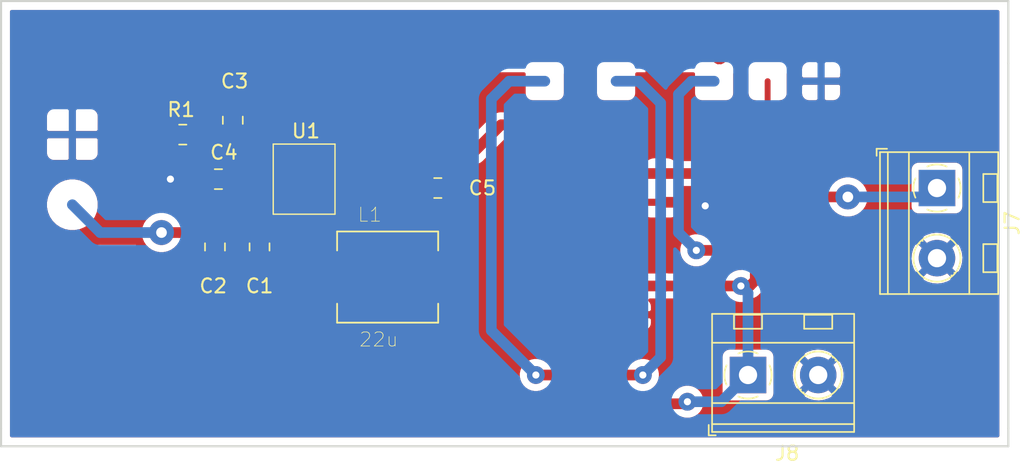
<source format=kicad_pcb>
(kicad_pcb (version 20171130) (host pcbnew "(5.1.4-0)")

  (general
    (thickness 1.6)
    (drawings 15)
    (tracks 129)
    (zones 0)
    (modules 10)
    (nets 18)
  )

  (page A4)
  (layers
    (0 F.Cu signal)
    (31 B.Cu signal)
    (32 B.Adhes user)
    (33 F.Adhes user)
    (34 B.Paste user)
    (35 F.Paste user)
    (36 B.SilkS user)
    (37 F.SilkS user)
    (38 B.Mask user)
    (39 F.Mask user)
    (40 Dwgs.User user)
    (41 Cmts.User user)
    (42 Eco1.User user)
    (43 Eco2.User user)
    (44 Edge.Cuts user)
    (45 Margin user)
    (46 B.CrtYd user)
    (47 F.CrtYd user)
    (48 B.Fab user)
    (49 F.Fab user)
  )

  (setup
    (last_trace_width 0.25)
    (user_trace_width 0.42)
    (user_trace_width 0.762)
    (trace_clearance 0.2)
    (zone_clearance 0.508)
    (zone_45_only no)
    (trace_min 0.2)
    (via_size 0.8)
    (via_drill 0.4)
    (via_min_size 0.4)
    (via_min_drill 0.3)
    (uvia_size 0.3)
    (uvia_drill 0.1)
    (uvias_allowed no)
    (uvia_min_size 0.2)
    (uvia_min_drill 0.1)
    (edge_width 0.15)
    (segment_width 0.2)
    (pcb_text_width 0.3)
    (pcb_text_size 1.5 1.5)
    (mod_edge_width 0.15)
    (mod_text_size 1 1)
    (mod_text_width 0.15)
    (pad_size 1.524 1.524)
    (pad_drill 0.762)
    (pad_to_mask_clearance 0.051)
    (solder_mask_min_width 0.25)
    (aux_axis_origin 0 0)
    (visible_elements 7FFFFFFF)
    (pcbplotparams
      (layerselection 0x010fc_ffffffff)
      (usegerberextensions false)
      (usegerberattributes false)
      (usegerberadvancedattributes false)
      (creategerberjobfile false)
      (excludeedgelayer true)
      (linewidth 0.100000)
      (plotframeref false)
      (viasonmask false)
      (mode 1)
      (useauxorigin false)
      (hpglpennumber 1)
      (hpglpenspeed 20)
      (hpglpendiameter 15.000000)
      (psnegative false)
      (psa4output false)
      (plotreference true)
      (plotvalue true)
      (plotinvisibletext false)
      (padsonsilk false)
      (subtractmaskfromsilk false)
      (outputformat 4)
      (mirror false)
      (drillshape 0)
      (scaleselection 1)
      (outputdirectory "./"))
  )

  (net 0 "")
  (net 1 GND)
  (net 2 "Net-(Bypass1-Pad2)")
  (net 3 +BATT)
  (net 4 "Net-(C3-Pad1)")
  (net 5 "Net-(C4-Pad1)")
  (net 6 "Net-(C5-Pad1)")
  (net 7 "Net-(C6-Pad2)")
  (net 8 "Net-(C6-Pad1)")
  (net 9 "Net-(J2-Pad1)")
  (net 10 "Net-(J3-Pad1)")
  (net 11 "Net-(J4-Pad1)")
  (net 12 "Net-(L1-Pad1)")
  (net 13 "Net-(R2-Pad2)")
  (net 14 "Net-(R2-Pad3)")
  (net 15 "Net-(R_Set1-Pad1)")
  (net 16 "Net-(J6-Pad1)")
  (net 17 "Net-(C1-Pad1)")

  (net_class Default "This is the default net class."
    (clearance 0.2)
    (trace_width 0.25)
    (via_dia 0.8)
    (via_drill 0.4)
    (uvia_dia 0.3)
    (uvia_drill 0.1)
    (add_net +BATT)
    (add_net GND)
    (add_net "Net-(Bypass1-Pad2)")
    (add_net "Net-(C1-Pad1)")
    (add_net "Net-(C3-Pad1)")
    (add_net "Net-(C4-Pad1)")
    (add_net "Net-(C5-Pad1)")
    (add_net "Net-(C6-Pad1)")
    (add_net "Net-(C6-Pad2)")
    (add_net "Net-(J2-Pad1)")
    (add_net "Net-(J3-Pad1)")
    (add_net "Net-(J4-Pad1)")
    (add_net "Net-(J6-Pad1)")
    (add_net "Net-(L1-Pad1)")
    (add_net "Net-(R2-Pad2)")
    (add_net "Net-(R2-Pad3)")
    (add_net "Net-(R_Set1-Pad1)")
  )

  (module TerminalBlock_MetzConnect:TerminalBlock_MetzConnect_Type094_RT03502HBLU_1x02_P5.00mm_Horizontal (layer F.Cu) (tedit 5B294E9C) (tstamp 5CE09742)
    (at 165.608 111.125)
    (descr "terminal block Metz Connect Type094_RT03502HBLU, 2 pins, pitch 5mm, size 10x8.3mm^2, drill diamater 1.3mm, pad diameter 2.6mm, see http://www.metz-connect.com/ru/system/files/productfiles/Data_sheet_310941_RT035xxHBLU_OFF-022742T.pdf, script-generated using https://github.com/pointhi/kicad-footprint-generator/scripts/TerminalBlock_MetzConnect")
    (tags "THT terminal block Metz Connect Type094_RT03502HBLU pitch 5mm size 10x8.3mm^2 drill 1.3mm pad 2.6mm")
    (path /5CAE3D59)
    (fp_text reference J8 (at 2.794 5.588) (layer F.SilkS)
      (effects (font (size 1 1) (thickness 0.15)))
    )
    (fp_text value Screw_Terminal_01x02 (at 2.5 5.06) (layer F.Fab)
      (effects (font (size 1 1) (thickness 0.15)))
    )
    (fp_text user %R (at 2.5 2.75) (layer F.Fab)
      (effects (font (size 1 1) (thickness 0.15)))
    )
    (fp_line (start 8 -4.81) (end -3 -4.81) (layer F.CrtYd) (width 0.05))
    (fp_line (start 8 4.5) (end 8 -4.81) (layer F.CrtYd) (width 0.05))
    (fp_line (start -3 4.5) (end 8 4.5) (layer F.CrtYd) (width 0.05))
    (fp_line (start -3 -4.81) (end -3 4.5) (layer F.CrtYd) (width 0.05))
    (fp_line (start -2.8 4.3) (end -2.3 4.3) (layer F.SilkS) (width 0.12))
    (fp_line (start -2.8 3.56) (end -2.8 4.3) (layer F.SilkS) (width 0.12))
    (fp_line (start 6 -4.3) (end 6 -3.3) (layer F.SilkS) (width 0.12))
    (fp_line (start 4 -4.3) (end 4 -3.3) (layer F.SilkS) (width 0.12))
    (fp_line (start 4 -3.3) (end 6 -3.3) (layer F.SilkS) (width 0.12))
    (fp_line (start 4 -4.3) (end 6 -4.3) (layer F.SilkS) (width 0.12))
    (fp_line (start 6 -4.3) (end 4 -4.3) (layer F.Fab) (width 0.1))
    (fp_line (start 6 -3.3) (end 6 -4.3) (layer F.Fab) (width 0.1))
    (fp_line (start 4 -3.3) (end 6 -3.3) (layer F.Fab) (width 0.1))
    (fp_line (start 4 -4.3) (end 4 -3.3) (layer F.Fab) (width 0.1))
    (fp_line (start 3.773 1.023) (end 3.726 1.069) (layer F.SilkS) (width 0.12))
    (fp_line (start 6.07 -1.275) (end 6.035 -1.239) (layer F.SilkS) (width 0.12))
    (fp_line (start 3.966 1.239) (end 3.931 1.274) (layer F.SilkS) (width 0.12))
    (fp_line (start 6.275 -1.069) (end 6.228 -1.023) (layer F.SilkS) (width 0.12))
    (fp_line (start 5.955 -1.138) (end 3.863 0.955) (layer F.Fab) (width 0.1))
    (fp_line (start 6.138 -0.955) (end 4.046 1.138) (layer F.Fab) (width 0.1))
    (fp_line (start 1 -4.3) (end 1 -3.3) (layer F.SilkS) (width 0.12))
    (fp_line (start -1 -4.3) (end -1 -3.3) (layer F.SilkS) (width 0.12))
    (fp_line (start -1 -3.3) (end 1 -3.3) (layer F.SilkS) (width 0.12))
    (fp_line (start -1 -4.3) (end 1 -4.3) (layer F.SilkS) (width 0.12))
    (fp_line (start 1 -4.3) (end -1 -4.3) (layer F.Fab) (width 0.1))
    (fp_line (start 1 -3.3) (end 1 -4.3) (layer F.Fab) (width 0.1))
    (fp_line (start -1 -3.3) (end 1 -3.3) (layer F.Fab) (width 0.1))
    (fp_line (start -1 -4.3) (end -1 -3.3) (layer F.Fab) (width 0.1))
    (fp_line (start 0.955 -1.138) (end -1.138 0.955) (layer F.Fab) (width 0.1))
    (fp_line (start 1.138 -0.955) (end -0.955 1.138) (layer F.Fab) (width 0.1))
    (fp_line (start 7.56 -4.36) (end 7.56 4.06) (layer F.SilkS) (width 0.12))
    (fp_line (start -2.56 -4.36) (end -2.56 4.06) (layer F.SilkS) (width 0.12))
    (fp_line (start -2.56 4.06) (end 7.56 4.06) (layer F.SilkS) (width 0.12))
    (fp_line (start -2.56 -4.36) (end 7.56 -4.36) (layer F.SilkS) (width 0.12))
    (fp_line (start -2.56 -2.301) (end 7.56 -2.301) (layer F.SilkS) (width 0.12))
    (fp_line (start -2.5 -2.3) (end 7.5 -2.3) (layer F.Fab) (width 0.1))
    (fp_line (start -2.56 2) (end 7.56 2) (layer F.SilkS) (width 0.12))
    (fp_line (start -2.5 2) (end 7.5 2) (layer F.Fab) (width 0.1))
    (fp_line (start -2.56 3.5) (end 7.56 3.5) (layer F.SilkS) (width 0.12))
    (fp_line (start -2.5 3.5) (end 7.5 3.5) (layer F.Fab) (width 0.1))
    (fp_line (start -2.5 3.5) (end -2.5 -4.3) (layer F.Fab) (width 0.1))
    (fp_line (start -2 4) (end -2.5 3.5) (layer F.Fab) (width 0.1))
    (fp_line (start 7.5 4) (end -2 4) (layer F.Fab) (width 0.1))
    (fp_line (start 7.5 -4.3) (end 7.5 4) (layer F.Fab) (width 0.1))
    (fp_line (start -2.5 -4.3) (end 7.5 -4.3) (layer F.Fab) (width 0.1))
    (fp_circle (center 5 0) (end 6.68 0) (layer F.SilkS) (width 0.12))
    (fp_circle (center 5 0) (end 6.5 0) (layer F.Fab) (width 0.1))
    (fp_circle (center 0 0) (end 1.5 0) (layer F.Fab) (width 0.1))
    (fp_arc (start 0 0) (end -0.684 1.535) (angle -25) (layer F.SilkS) (width 0.12))
    (fp_arc (start 0 0) (end -1.535 -0.684) (angle -48) (layer F.SilkS) (width 0.12))
    (fp_arc (start 0 0) (end 0.684 -1.535) (angle -48) (layer F.SilkS) (width 0.12))
    (fp_arc (start 0 0) (end 1.535 0.684) (angle -48) (layer F.SilkS) (width 0.12))
    (fp_arc (start 0 0) (end 0 1.68) (angle -24) (layer F.SilkS) (width 0.12))
    (pad 2 thru_hole circle (at 5 0) (size 2.6 2.6) (drill 1.3) (layers *.Cu *.Mask)
      (net 17 "Net-(C1-Pad1)"))
    (pad 1 thru_hole rect (at 0 0) (size 2.6 2.6) (drill 1.3) (layers *.Cu *.Mask)
      (net 1 GND))
    (model ${KISYS3DMOD}/TerminalBlock_MetzConnect.3dshapes/TerminalBlock_MetzConnect_Type094_RT03502HBLU_1x02_P5.00mm_Horizontal.wrl
      (at (xyz 0 0 0))
      (scale (xyz 1 1 1))
      (rotate (xyz 0 0 0))
    )
  )

  (module TerminalBlock_MetzConnect:TerminalBlock_MetzConnect_Type094_RT03502HBLU_1x02_P5.00mm_Horizontal (layer F.Cu) (tedit 5B294E9C) (tstamp 5CE09690)
    (at 179.07 97.79 270)
    (descr "terminal block Metz Connect Type094_RT03502HBLU, 2 pins, pitch 5mm, size 10x8.3mm^2, drill diamater 1.3mm, pad diameter 2.6mm, see http://www.metz-connect.com/ru/system/files/productfiles/Data_sheet_310941_RT035xxHBLU_OFF-022742T.pdf, script-generated using https://github.com/pointhi/kicad-footprint-generator/scripts/TerminalBlock_MetzConnect")
    (tags "THT terminal block Metz Connect Type094_RT03502HBLU pitch 5mm size 10x8.3mm^2 drill 1.3mm pad 2.6mm")
    (path /5CAE2D19)
    (fp_text reference J7 (at 2.5 -5.36 270) (layer F.SilkS)
      (effects (font (size 1 1) (thickness 0.15)))
    )
    (fp_text value Screw_Terminal_01x02 (at 2.5 5.06 270) (layer F.Fab)
      (effects (font (size 1 1) (thickness 0.15)))
    )
    (fp_arc (start 0 0) (end 0 1.68) (angle -24) (layer F.SilkS) (width 0.12))
    (fp_arc (start 0 0) (end 1.535 0.684) (angle -48) (layer F.SilkS) (width 0.12))
    (fp_arc (start 0 0) (end 0.684 -1.535) (angle -48) (layer F.SilkS) (width 0.12))
    (fp_arc (start 0 0) (end -1.535 -0.684) (angle -48) (layer F.SilkS) (width 0.12))
    (fp_arc (start 0 0) (end -0.684 1.535) (angle -25) (layer F.SilkS) (width 0.12))
    (fp_circle (center 0 0) (end 1.5 0) (layer F.Fab) (width 0.1))
    (fp_circle (center 5 0) (end 6.5 0) (layer F.Fab) (width 0.1))
    (fp_circle (center 5 0) (end 6.68 0) (layer F.SilkS) (width 0.12))
    (fp_line (start -2.5 -4.3) (end 7.5 -4.3) (layer F.Fab) (width 0.1))
    (fp_line (start 7.5 -4.3) (end 7.5 4) (layer F.Fab) (width 0.1))
    (fp_line (start 7.5 4) (end -2 4) (layer F.Fab) (width 0.1))
    (fp_line (start -2 4) (end -2.5 3.5) (layer F.Fab) (width 0.1))
    (fp_line (start -2.5 3.5) (end -2.5 -4.3) (layer F.Fab) (width 0.1))
    (fp_line (start -2.5 3.5) (end 7.5 3.5) (layer F.Fab) (width 0.1))
    (fp_line (start -2.56 3.5) (end 7.56 3.5) (layer F.SilkS) (width 0.12))
    (fp_line (start -2.5 2) (end 7.5 2) (layer F.Fab) (width 0.1))
    (fp_line (start -2.56 2) (end 7.56 2) (layer F.SilkS) (width 0.12))
    (fp_line (start -2.5 -2.3) (end 7.5 -2.3) (layer F.Fab) (width 0.1))
    (fp_line (start -2.56 -2.301) (end 7.56 -2.301) (layer F.SilkS) (width 0.12))
    (fp_line (start -2.56 -4.36) (end 7.56 -4.36) (layer F.SilkS) (width 0.12))
    (fp_line (start -2.56 4.06) (end 7.56 4.06) (layer F.SilkS) (width 0.12))
    (fp_line (start -2.56 -4.36) (end -2.56 4.06) (layer F.SilkS) (width 0.12))
    (fp_line (start 7.56 -4.36) (end 7.56 4.06) (layer F.SilkS) (width 0.12))
    (fp_line (start 1.138 -0.955) (end -0.955 1.138) (layer F.Fab) (width 0.1))
    (fp_line (start 0.955 -1.138) (end -1.138 0.955) (layer F.Fab) (width 0.1))
    (fp_line (start -1 -4.3) (end -1 -3.3) (layer F.Fab) (width 0.1))
    (fp_line (start -1 -3.3) (end 1 -3.3) (layer F.Fab) (width 0.1))
    (fp_line (start 1 -3.3) (end 1 -4.3) (layer F.Fab) (width 0.1))
    (fp_line (start 1 -4.3) (end -1 -4.3) (layer F.Fab) (width 0.1))
    (fp_line (start -1 -4.3) (end 1 -4.3) (layer F.SilkS) (width 0.12))
    (fp_line (start -1 -3.3) (end 1 -3.3) (layer F.SilkS) (width 0.12))
    (fp_line (start -1 -4.3) (end -1 -3.3) (layer F.SilkS) (width 0.12))
    (fp_line (start 1 -4.3) (end 1 -3.3) (layer F.SilkS) (width 0.12))
    (fp_line (start 6.138 -0.955) (end 4.046 1.138) (layer F.Fab) (width 0.1))
    (fp_line (start 5.955 -1.138) (end 3.863 0.955) (layer F.Fab) (width 0.1))
    (fp_line (start 6.275 -1.069) (end 6.228 -1.023) (layer F.SilkS) (width 0.12))
    (fp_line (start 3.966 1.239) (end 3.931 1.274) (layer F.SilkS) (width 0.12))
    (fp_line (start 6.07 -1.275) (end 6.035 -1.239) (layer F.SilkS) (width 0.12))
    (fp_line (start 3.773 1.023) (end 3.726 1.069) (layer F.SilkS) (width 0.12))
    (fp_line (start 4 -4.3) (end 4 -3.3) (layer F.Fab) (width 0.1))
    (fp_line (start 4 -3.3) (end 6 -3.3) (layer F.Fab) (width 0.1))
    (fp_line (start 6 -3.3) (end 6 -4.3) (layer F.Fab) (width 0.1))
    (fp_line (start 6 -4.3) (end 4 -4.3) (layer F.Fab) (width 0.1))
    (fp_line (start 4 -4.3) (end 6 -4.3) (layer F.SilkS) (width 0.12))
    (fp_line (start 4 -3.3) (end 6 -3.3) (layer F.SilkS) (width 0.12))
    (fp_line (start 4 -4.3) (end 4 -3.3) (layer F.SilkS) (width 0.12))
    (fp_line (start 6 -4.3) (end 6 -3.3) (layer F.SilkS) (width 0.12))
    (fp_line (start -2.8 3.56) (end -2.8 4.3) (layer F.SilkS) (width 0.12))
    (fp_line (start -2.8 4.3) (end -2.3 4.3) (layer F.SilkS) (width 0.12))
    (fp_line (start -3 -4.81) (end -3 4.5) (layer F.CrtYd) (width 0.05))
    (fp_line (start -3 4.5) (end 8 4.5) (layer F.CrtYd) (width 0.05))
    (fp_line (start 8 4.5) (end 8 -4.81) (layer F.CrtYd) (width 0.05))
    (fp_line (start 8 -4.81) (end -3 -4.81) (layer F.CrtYd) (width 0.05))
    (fp_text user %R (at 2.5 2.75 270) (layer F.Fab)
      (effects (font (size 1 1) (thickness 0.15)))
    )
    (pad 1 thru_hole rect (at 0 0 270) (size 2.6 2.6) (drill 1.3) (layers *.Cu *.Mask)
      (net 1 GND))
    (pad 2 thru_hole circle (at 5 0 270) (size 2.6 2.6) (drill 1.3) (layers *.Cu *.Mask)
      (net 6 "Net-(C5-Pad1)"))
    (model ${KISYS3DMOD}/TerminalBlock_MetzConnect.3dshapes/TerminalBlock_MetzConnect_Type094_RT03502HBLU_1x02_P5.00mm_Horizontal.wrl
      (at (xyz 0 0 0))
      (scale (xyz 1 1 1))
      (rotate (xyz 0 0 0))
    )
  )

  (module Capacitor_SMD:C_0805_2012Metric_Pad1.15x1.40mm_HandSolder (layer F.Cu) (tedit 5B36C52B) (tstamp 5CE03E1F)
    (at 130.81 101.99 270)
    (descr "Capacitor SMD 0805 (2012 Metric), square (rectangular) end terminal, IPC_7351 nominal with elongated pad for handsoldering. (Body size source: https://docs.google.com/spreadsheets/d/1BsfQQcO9C6DZCsRaXUlFlo91Tg2WpOkGARC1WS5S8t0/edit?usp=sharing), generated with kicad-footprint-generator")
    (tags "capacitor handsolder")
    (path /5CBC65A7)
    (attr smd)
    (fp_text reference C1 (at 2.785 0) (layer F.SilkS)
      (effects (font (size 1 1) (thickness 0.15)))
    )
    (fp_text value 1u (at 0.88 1.65 270) (layer F.Fab)
      (effects (font (size 1 1) (thickness 0.15)))
    )
    (fp_text user %R (at 0 0 270) (layer F.Fab)
      (effects (font (size 0.5 0.5) (thickness 0.08)))
    )
    (fp_line (start 1.85 0.95) (end -1.85 0.95) (layer F.CrtYd) (width 0.05))
    (fp_line (start 1.85 -0.95) (end 1.85 0.95) (layer F.CrtYd) (width 0.05))
    (fp_line (start -1.85 -0.95) (end 1.85 -0.95) (layer F.CrtYd) (width 0.05))
    (fp_line (start -1.85 0.95) (end -1.85 -0.95) (layer F.CrtYd) (width 0.05))
    (fp_line (start -0.261252 0.71) (end 0.261252 0.71) (layer F.SilkS) (width 0.12))
    (fp_line (start -0.261252 -0.71) (end 0.261252 -0.71) (layer F.SilkS) (width 0.12))
    (fp_line (start 1 0.6) (end -1 0.6) (layer F.Fab) (width 0.1))
    (fp_line (start 1 -0.6) (end 1 0.6) (layer F.Fab) (width 0.1))
    (fp_line (start -1 -0.6) (end 1 -0.6) (layer F.Fab) (width 0.1))
    (fp_line (start -1 0.6) (end -1 -0.6) (layer F.Fab) (width 0.1))
    (pad 2 smd roundrect (at 1.025 0 270) (size 1.15 1.4) (layers F.Cu F.Paste F.Mask) (roundrect_rratio 0.217391)
      (net 1 GND))
    (pad 1 smd roundrect (at -1.025 0 270) (size 1.15 1.4) (layers F.Cu F.Paste F.Mask) (roundrect_rratio 0.217391)
      (net 17 "Net-(C1-Pad1)"))
    (model ${KISYS3DMOD}/Capacitor_SMD.3dshapes/C_0805_2012Metric.wrl
      (at (xyz 0 0 0))
      (scale (xyz 1 1 1))
      (rotate (xyz 0 0 0))
    )
  )

  (module Capacitor_SMD:C_0805_2012Metric_Pad1.15x1.40mm_HandSolder (layer F.Cu) (tedit 5B36C52B) (tstamp 5CE03E30)
    (at 127.635 101.99 270)
    (descr "Capacitor SMD 0805 (2012 Metric), square (rectangular) end terminal, IPC_7351 nominal with elongated pad for handsoldering. (Body size source: https://docs.google.com/spreadsheets/d/1BsfQQcO9C6DZCsRaXUlFlo91Tg2WpOkGARC1WS5S8t0/edit?usp=sharing), generated with kicad-footprint-generator")
    (tags "capacitor handsolder")
    (path /5CBC65AE)
    (attr smd)
    (fp_text reference C2 (at 2.785 0.127) (layer F.SilkS)
      (effects (font (size 1 1) (thickness 0.15)))
    )
    (fp_text value 47u (at 0.88 1.65 270) (layer F.Fab)
      (effects (font (size 1 1) (thickness 0.15)))
    )
    (fp_line (start -1 0.6) (end -1 -0.6) (layer F.Fab) (width 0.1))
    (fp_line (start -1 -0.6) (end 1 -0.6) (layer F.Fab) (width 0.1))
    (fp_line (start 1 -0.6) (end 1 0.6) (layer F.Fab) (width 0.1))
    (fp_line (start 1 0.6) (end -1 0.6) (layer F.Fab) (width 0.1))
    (fp_line (start -0.261252 -0.71) (end 0.261252 -0.71) (layer F.SilkS) (width 0.12))
    (fp_line (start -0.261252 0.71) (end 0.261252 0.71) (layer F.SilkS) (width 0.12))
    (fp_line (start -1.85 0.95) (end -1.85 -0.95) (layer F.CrtYd) (width 0.05))
    (fp_line (start -1.85 -0.95) (end 1.85 -0.95) (layer F.CrtYd) (width 0.05))
    (fp_line (start 1.85 -0.95) (end 1.85 0.95) (layer F.CrtYd) (width 0.05))
    (fp_line (start 1.85 0.95) (end -1.85 0.95) (layer F.CrtYd) (width 0.05))
    (fp_text user %R (at 0 0 270) (layer F.Fab)
      (effects (font (size 0.5 0.5) (thickness 0.08)))
    )
    (pad 1 smd roundrect (at -1.025 0 270) (size 1.15 1.4) (layers F.Cu F.Paste F.Mask) (roundrect_rratio 0.217391)
      (net 17 "Net-(C1-Pad1)"))
    (pad 2 smd roundrect (at 1.025 0 270) (size 1.15 1.4) (layers F.Cu F.Paste F.Mask) (roundrect_rratio 0.217391)
      (net 1 GND))
    (model ${KISYS3DMOD}/Capacitor_SMD.3dshapes/C_0805_2012Metric.wrl
      (at (xyz 0 0 0))
      (scale (xyz 1 1 1))
      (rotate (xyz 0 0 0))
    )
  )

  (module Capacitor_SMD:C_0805_2012Metric_Pad1.15x1.40mm_HandSolder (layer F.Cu) (tedit 5B36C52B) (tstamp 5CE03E41)
    (at 128.905 92.955 90)
    (descr "Capacitor SMD 0805 (2012 Metric), square (rectangular) end terminal, IPC_7351 nominal with elongated pad for handsoldering. (Body size source: https://docs.google.com/spreadsheets/d/1BsfQQcO9C6DZCsRaXUlFlo91Tg2WpOkGARC1WS5S8t0/edit?usp=sharing), generated with kicad-footprint-generator")
    (tags "capacitor handsolder")
    (path /5CBC6597)
    (attr smd)
    (fp_text reference C3 (at 2.785 0.127 180) (layer F.SilkS)
      (effects (font (size 1 1) (thickness 0.15)))
    )
    (fp_text value 1u (at 0 1.65 90) (layer F.Fab)
      (effects (font (size 1 1) (thickness 0.15)))
    )
    (fp_line (start -1 0.6) (end -1 -0.6) (layer F.Fab) (width 0.1))
    (fp_line (start -1 -0.6) (end 1 -0.6) (layer F.Fab) (width 0.1))
    (fp_line (start 1 -0.6) (end 1 0.6) (layer F.Fab) (width 0.1))
    (fp_line (start 1 0.6) (end -1 0.6) (layer F.Fab) (width 0.1))
    (fp_line (start -0.261252 -0.71) (end 0.261252 -0.71) (layer F.SilkS) (width 0.12))
    (fp_line (start -0.261252 0.71) (end 0.261252 0.71) (layer F.SilkS) (width 0.12))
    (fp_line (start -1.85 0.95) (end -1.85 -0.95) (layer F.CrtYd) (width 0.05))
    (fp_line (start -1.85 -0.95) (end 1.85 -0.95) (layer F.CrtYd) (width 0.05))
    (fp_line (start 1.85 -0.95) (end 1.85 0.95) (layer F.CrtYd) (width 0.05))
    (fp_line (start 1.85 0.95) (end -1.85 0.95) (layer F.CrtYd) (width 0.05))
    (fp_text user %R (at 0 0 90) (layer F.Fab)
      (effects (font (size 0.5 0.5) (thickness 0.08)))
    )
    (pad 1 smd roundrect (at -1.025 0 90) (size 1.15 1.4) (layers F.Cu F.Paste F.Mask) (roundrect_rratio 0.217391)
      (net 4 "Net-(C3-Pad1)"))
    (pad 2 smd roundrect (at 1.025 0 90) (size 1.15 1.4) (layers F.Cu F.Paste F.Mask) (roundrect_rratio 0.217391)
      (net 1 GND))
    (model ${KISYS3DMOD}/Capacitor_SMD.3dshapes/C_0805_2012Metric.wrl
      (at (xyz 0 0 0))
      (scale (xyz 1 1 1))
      (rotate (xyz 0 0 0))
    )
  )

  (module Capacitor_SMD:C_0805_2012Metric_Pad1.15x1.40mm_HandSolder (layer F.Cu) (tedit 5B36C52B) (tstamp 5CE03E52)
    (at 127.88 97.155 180)
    (descr "Capacitor SMD 0805 (2012 Metric), square (rectangular) end terminal, IPC_7351 nominal with elongated pad for handsoldering. (Body size source: https://docs.google.com/spreadsheets/d/1BsfQQcO9C6DZCsRaXUlFlo91Tg2WpOkGARC1WS5S8t0/edit?usp=sharing), generated with kicad-footprint-generator")
    (tags "capacitor handsolder")
    (path /5CBC6589)
    (attr smd)
    (fp_text reference C4 (at -0.39 1.905 180) (layer F.SilkS)
      (effects (font (size 1 1) (thickness 0.15)))
    )
    (fp_text value 3.3n (at 0 1.65 180) (layer F.Fab)
      (effects (font (size 1 1) (thickness 0.15)))
    )
    (fp_text user %R (at 0 0 180) (layer F.Fab)
      (effects (font (size 0.5 0.5) (thickness 0.08)))
    )
    (fp_line (start 1.85 0.95) (end -1.85 0.95) (layer F.CrtYd) (width 0.05))
    (fp_line (start 1.85 -0.95) (end 1.85 0.95) (layer F.CrtYd) (width 0.05))
    (fp_line (start -1.85 -0.95) (end 1.85 -0.95) (layer F.CrtYd) (width 0.05))
    (fp_line (start -1.85 0.95) (end -1.85 -0.95) (layer F.CrtYd) (width 0.05))
    (fp_line (start -0.261252 0.71) (end 0.261252 0.71) (layer F.SilkS) (width 0.12))
    (fp_line (start -0.261252 -0.71) (end 0.261252 -0.71) (layer F.SilkS) (width 0.12))
    (fp_line (start 1 0.6) (end -1 0.6) (layer F.Fab) (width 0.1))
    (fp_line (start 1 -0.6) (end 1 0.6) (layer F.Fab) (width 0.1))
    (fp_line (start -1 -0.6) (end 1 -0.6) (layer F.Fab) (width 0.1))
    (fp_line (start -1 0.6) (end -1 -0.6) (layer F.Fab) (width 0.1))
    (pad 2 smd roundrect (at 1.025 0 180) (size 1.15 1.4) (layers F.Cu F.Paste F.Mask) (roundrect_rratio 0.217391)
      (net 1 GND))
    (pad 1 smd roundrect (at -1.025 0 180) (size 1.15 1.4) (layers F.Cu F.Paste F.Mask) (roundrect_rratio 0.217391)
      (net 5 "Net-(C4-Pad1)"))
    (model ${KISYS3DMOD}/Capacitor_SMD.3dshapes/C_0805_2012Metric.wrl
      (at (xyz 0 0 0))
      (scale (xyz 1 1 1))
      (rotate (xyz 0 0 0))
    )
  )

  (module Capacitor_SMD:C_0805_2012Metric_Pad1.15x1.40mm_HandSolder (layer F.Cu) (tedit 5B36C52B) (tstamp 5CE03E63)
    (at 143.51 97.79)
    (descr "Capacitor SMD 0805 (2012 Metric), square (rectangular) end terminal, IPC_7351 nominal with elongated pad for handsoldering. (Body size source: https://docs.google.com/spreadsheets/d/1BsfQQcO9C6DZCsRaXUlFlo91Tg2WpOkGARC1WS5S8t0/edit?usp=sharing), generated with kicad-footprint-generator")
    (tags "capacitor handsolder")
    (path /5CBC6590)
    (attr smd)
    (fp_text reference C5 (at 3.175 0 -180) (layer F.SilkS)
      (effects (font (size 1 1) (thickness 0.15)))
    )
    (fp_text value 100u (at 0 1.65) (layer F.Fab)
      (effects (font (size 1 1) (thickness 0.15)))
    )
    (fp_line (start -1 0.6) (end -1 -0.6) (layer F.Fab) (width 0.1))
    (fp_line (start -1 -0.6) (end 1 -0.6) (layer F.Fab) (width 0.1))
    (fp_line (start 1 -0.6) (end 1 0.6) (layer F.Fab) (width 0.1))
    (fp_line (start 1 0.6) (end -1 0.6) (layer F.Fab) (width 0.1))
    (fp_line (start -0.261252 -0.71) (end 0.261252 -0.71) (layer F.SilkS) (width 0.12))
    (fp_line (start -0.261252 0.71) (end 0.261252 0.71) (layer F.SilkS) (width 0.12))
    (fp_line (start -1.85 0.95) (end -1.85 -0.95) (layer F.CrtYd) (width 0.05))
    (fp_line (start -1.85 -0.95) (end 1.85 -0.95) (layer F.CrtYd) (width 0.05))
    (fp_line (start 1.85 -0.95) (end 1.85 0.95) (layer F.CrtYd) (width 0.05))
    (fp_line (start 1.85 0.95) (end -1.85 0.95) (layer F.CrtYd) (width 0.05))
    (fp_text user %R (at 0 0) (layer F.Fab)
      (effects (font (size 0.5 0.5) (thickness 0.08)))
    )
    (pad 1 smd roundrect (at -1.025 0) (size 1.15 1.4) (layers F.Cu F.Paste F.Mask) (roundrect_rratio 0.217391)
      (net 6 "Net-(C5-Pad1)"))
    (pad 2 smd roundrect (at 1.025 0) (size 1.15 1.4) (layers F.Cu F.Paste F.Mask) (roundrect_rratio 0.217391)
      (net 1 GND))
    (model ${KISYS3DMOD}/Capacitor_SMD.3dshapes/C_0805_2012Metric.wrl
      (at (xyz 0 0 0))
      (scale (xyz 1 1 1))
      (rotate (xyz 0 0 0))
    )
  )

  (module SRP6540-100M:IND_SRP6540-100M (layer F.Cu) (tedit 0) (tstamp 5CE03F8E)
    (at 139.935 104.14)
    (path /5CBC666F)
    (attr smd)
    (fp_text reference L1 (at -1.27134 -4.44969) (layer F.SilkS)
      (effects (font (size 1.00106 1.00106) (thickness 0.05)))
    )
    (fp_text value 22u (at -0.63603 4.45221) (layer F.SilkS)
      (effects (font (size 1.00162 1.00162) (thickness 0.05)))
    )
    (fp_line (start -3.6 -3.25) (end 3.6 -3.25) (layer Eco2.User) (width 0.127))
    (fp_line (start 3.6 -3.25) (end 3.6 3.25) (layer Eco2.User) (width 0.127))
    (fp_line (start 3.6 3.25) (end -3.6 3.25) (layer Eco2.User) (width 0.127))
    (fp_line (start -3.6 3.25) (end -3.6 -3.25) (layer Eco2.User) (width 0.127))
    (fp_line (start -3.6 -3.25) (end 3.6 -3.25) (layer F.SilkS) (width 0.127))
    (fp_line (start 3.6 -3.25) (end 3.6 -1.9) (layer F.SilkS) (width 0.127))
    (fp_line (start 3.6 1.9) (end 3.6 3.25) (layer F.SilkS) (width 0.127))
    (fp_line (start 3.6 3.25) (end -3.6 3.25) (layer F.SilkS) (width 0.127))
    (fp_line (start -3.6 3.25) (end -3.6 1.9) (layer F.SilkS) (width 0.127))
    (fp_line (start -3.6 -1.9) (end -3.6 -3.25) (layer F.SilkS) (width 0.127))
    (fp_line (start -3.95 -3.5) (end 3.95 -3.5) (layer Eco1.User) (width 0.05))
    (fp_line (start 3.95 -3.5) (end 3.95 3.5) (layer Eco1.User) (width 0.05))
    (fp_line (start 3.95 3.5) (end -3.95 3.5) (layer Eco1.User) (width 0.05))
    (fp_line (start -3.95 3.5) (end -3.95 -3.5) (layer Eco1.User) (width 0.05))
    (pad 1 smd rect (at -2.775 0) (size 1.85 3.4) (layers F.Cu F.Paste F.Mask)
      (net 12 "Net-(L1-Pad1)"))
    (pad 2 smd rect (at 2.775 0) (size 1.85 3.4) (layers F.Cu F.Paste F.Mask)
      (net 6 "Net-(C5-Pad1)"))
  )

  (module Resistor_SMD:R_0805_2012Metric_Pad1.15x1.40mm_HandSolder (layer F.Cu) (tedit 5B36C52B) (tstamp 5CE03F9F)
    (at 125.34 93.98 180)
    (descr "Resistor SMD 0805 (2012 Metric), square (rectangular) end terminal, IPC_7351 nominal with elongated pad for handsoldering. (Body size source: https://docs.google.com/spreadsheets/d/1BsfQQcO9C6DZCsRaXUlFlo91Tg2WpOkGARC1WS5S8t0/edit?usp=sharing), generated with kicad-footprint-generator")
    (tags "resistor handsolder")
    (path /5CBC6582)
    (attr smd)
    (fp_text reference R1 (at 0.118 1.778 180) (layer F.SilkS)
      (effects (font (size 1 1) (thickness 0.15)))
    )
    (fp_text value 10 (at 0 1.65 180) (layer F.Fab)
      (effects (font (size 1 1) (thickness 0.15)))
    )
    (fp_line (start -1 0.6) (end -1 -0.6) (layer F.Fab) (width 0.1))
    (fp_line (start -1 -0.6) (end 1 -0.6) (layer F.Fab) (width 0.1))
    (fp_line (start 1 -0.6) (end 1 0.6) (layer F.Fab) (width 0.1))
    (fp_line (start 1 0.6) (end -1 0.6) (layer F.Fab) (width 0.1))
    (fp_line (start -0.261252 -0.71) (end 0.261252 -0.71) (layer F.SilkS) (width 0.12))
    (fp_line (start -0.261252 0.71) (end 0.261252 0.71) (layer F.SilkS) (width 0.12))
    (fp_line (start -1.85 0.95) (end -1.85 -0.95) (layer F.CrtYd) (width 0.05))
    (fp_line (start -1.85 -0.95) (end 1.85 -0.95) (layer F.CrtYd) (width 0.05))
    (fp_line (start 1.85 -0.95) (end 1.85 0.95) (layer F.CrtYd) (width 0.05))
    (fp_line (start 1.85 0.95) (end -1.85 0.95) (layer F.CrtYd) (width 0.05))
    (fp_text user %R (at 0 0 180) (layer F.Fab)
      (effects (font (size 0.5 0.5) (thickness 0.08)))
    )
    (pad 1 smd roundrect (at -1.025 0 180) (size 1.15 1.4) (layers F.Cu F.Paste F.Mask) (roundrect_rratio 0.217391)
      (net 4 "Net-(C3-Pad1)"))
    (pad 2 smd roundrect (at 1.025 0 180) (size 1.15 1.4) (layers F.Cu F.Paste F.Mask) (roundrect_rratio 0.217391)
      (net 17 "Net-(C1-Pad1)"))
    (model ${KISYS3DMOD}/Resistor_SMD.3dshapes/R_0805_2012Metric.wrl
      (at (xyz 0 0 0))
      (scale (xyz 1 1 1))
      (rotate (xyz 0 0 0))
    )
  )

  (module LM2852:LM2852 (layer F.Cu) (tedit 5CBFB2EF) (tstamp 5CE0402F)
    (at 133.985 97.155)
    (path /5CBC655C)
    (fp_text reference U1 (at 0.127 -3.429) (layer F.SilkS)
      (effects (font (size 1 1) (thickness 0.15)))
    )
    (fp_text value LM2852 (at 1.27 -5.08) (layer F.Fab)
      (effects (font (size 1 1) (thickness 0.15)))
    )
    (fp_line (start -2.2 -2.5) (end -2.2 2.5) (layer F.SilkS) (width 0.1))
    (fp_line (start -2.2 2.5) (end 2.2 2.5) (layer F.SilkS) (width 0.1))
    (fp_line (start 2.2 2.5) (end 2.2 -2.5) (layer F.SilkS) (width 0.1))
    (fp_line (start 2.2 -2.5) (end -2.2 -2.5) (layer F.SilkS) (width 0.1))
    (pad 15 smd rect (at 0 0) (size 3 3.1) (layers F.Cu F.Paste F.Mask)
      (net 1 GND))
    (pad 4 smd rect (at -2.97 0) (size 1.78 0.42) (layers F.Cu F.Paste F.Mask)
      (net 5 "Net-(C4-Pad1)"))
    (pad 3 smd rect (at -2.97 -0.65) (size 1.78 0.42) (layers F.Cu F.Paste F.Mask)
      (net 1 GND))
    (pad 2 smd rect (at -2.97 -1.3) (size 1.78 0.42) (layers F.Cu F.Paste F.Mask))
    (pad 1 smd rect (at -2.97 -1.95) (size 1.78 0.42) (layers F.Cu F.Paste F.Mask)
      (net 4 "Net-(C3-Pad1)"))
    (pad 5 smd rect (at -2.97 0.65) (size 1.78 0.42) (layers F.Cu F.Paste F.Mask))
    (pad 6 smd rect (at -2.97 1.3) (size 1.78 0.42) (layers F.Cu F.Paste F.Mask)
      (net 17 "Net-(C1-Pad1)"))
    (pad 7 smd rect (at -2.97 1.95) (size 1.78 0.42) (layers F.Cu F.Paste F.Mask)
      (net 17 "Net-(C1-Pad1)"))
    (pad 11 smd rect (at 2.97 0) (size 1.78 0.42) (layers F.Cu F.Paste F.Mask)
      (net 1 GND))
    (pad 12 smd rect (at 2.97 -0.65) (size 1.78 0.42) (layers F.Cu F.Paste F.Mask))
    (pad 13 smd rect (at 2.97 -1.3) (size 1.78 0.42) (layers F.Cu F.Paste F.Mask))
    (pad 14 smd rect (at 2.97 -1.95) (size 1.78 0.42) (layers F.Cu F.Paste F.Mask)
      (net 6 "Net-(C5-Pad1)"))
    (pad 10 smd rect (at 2.97 0.65) (size 1.78 0.42) (layers F.Cu F.Paste F.Mask)
      (net 1 GND))
    (pad 9 smd rect (at 2.97 1.3) (size 1.78 0.42) (layers F.Cu F.Paste F.Mask)
      (net 12 "Net-(L1-Pad1)"))
    (pad 8 smd rect (at 2.97 1.95) (size 1.78 0.42) (layers F.Cu F.Paste F.Mask)
      (net 12 "Net-(L1-Pad1)"))
  )

  (gr_text GND (at 172.72 87.63) (layer F.Cu) (tstamp 5CED2952)
    (effects (font (size 1.5 1.5) (thickness 0.3)))
  )
  (gr_text EN (at 167.005 87.63) (layer F.Cu) (tstamp 5CED2950)
    (effects (font (size 1.5 1.5) (thickness 0.3)))
  )
  (gr_text Flag (at 161.925 87.63) (layer F.Cu) (tstamp 5CED294E)
    (effects (font (size 1.5 1.5) (thickness 0.3)))
  )
  (gr_text SCL (at 155.575 87.63) (layer F.Cu) (tstamp 5CED294B)
    (effects (font (size 1.5 1.5) (thickness 0.3)))
  )
  (gr_text SDA (at 149.86 87.63) (layer F.Cu) (tstamp 5CED2945)
    (effects (font (size 1.5 1.5) (thickness 0.3)))
  )
  (gr_text Vin- (at 118.745 90.17) (layer F.Cu) (tstamp 5CED291F)
    (effects (font (size 1.5 1.5) (thickness 0.3)))
  )
  (gr_text Vin+ (at 118.745 103.505) (layer F.Cu)
    (effects (font (size 1.5 1.5) (thickness 0.3)))
  )
  (gr_line (start 184.15 114.935) (end 184.15 116.205) (layer Edge.Cuts) (width 0.15) (tstamp 5CE70261))
  (gr_line (start 112.395 114.935) (end 112.395 116.205) (layer Edge.Cuts) (width 0.15) (tstamp 5CE70260))
  (gr_line (start 112.395 88.9) (end 112.395 84.455) (layer Edge.Cuts) (width 0.15) (tstamp 5CE6FDAD))
  (gr_line (start 184.15 88.9) (end 184.15 84.455) (layer Edge.Cuts) (width 0.15) (tstamp 5CE6FDAC))
  (gr_line (start 184.15 114.935) (end 184.15 88.9) (layer Edge.Cuts) (width 0.15))
  (gr_line (start 112.395 116.205) (end 184.15 116.205) (layer Edge.Cuts) (width 0.15))
  (gr_line (start 112.395 88.9) (end 112.395 114.935) (layer Edge.Cuts) (width 0.15))
  (gr_line (start 184.15 84.455) (end 112.395 84.455) (layer Edge.Cuts) (width 0.15))

  (via (at 124.46 97.155) (size 1.27) (drill 0.508) (layers F.Cu B.Cu) (net 1))
  (segment (start 126.855 97.155) (end 124.46 97.155) (width 0.762) (layer F.Cu) (net 1) (status 10))
  (via (at 162.56 99.06) (size 1.27) (drill 0.508) (layers F.Cu B.Cu) (net 1))
  (segment (start 159.385 98.806) (end 162.306 98.806) (width 0.762) (layer F.Cu) (net 1))
  (segment (start 162.306 98.806) (end 162.56 99.06) (width 0.762) (layer F.Cu) (net 1))
  (segment (start 133.335 96.505) (end 133.985 97.155) (width 0.42) (layer F.Cu) (net 1) (status 30))
  (segment (start 131.015 96.505) (end 133.335 96.505) (width 0.42) (layer F.Cu) (net 1) (status 30))
  (segment (start 156.17 93.28) (end 155.045 93.28) (width 0.762) (layer F.Cu) (net 2))
  (segment (start 156.21 93.32) (end 156.17 93.28) (width 0.25) (layer F.Cu) (net 2))
  (segment (start 156.21 93.345) (end 156.21 93.32) (width 0.25) (layer F.Cu) (net 2))
  (segment (start 154.94 102.87) (end 156.21 102.87) (width 0.25) (layer F.Cu) (net 2))
  (segment (start 156.21 102.87) (end 156.845 102.235) (width 0.762) (layer F.Cu) (net 2))
  (segment (start 156.845 93.98) (end 156.21 93.345) (width 0.762) (layer F.Cu) (net 2))
  (segment (start 154.305 104.48) (end 154.305 103.505) (width 0.25) (layer F.Cu) (net 2))
  (segment (start 156.863 93.962) (end 156.845 93.98) (width 0.762) (layer F.Cu) (net 2))
  (segment (start 156.845 96.774) (end 156.845 93.98) (width 0.762) (layer F.Cu) (net 2))
  (segment (start 156.845 102.235) (end 156.845 96.774) (width 0.762) (layer F.Cu) (net 2))
  (segment (start 156.863 96.756) (end 156.845 96.774) (width 0.762) (layer F.Cu) (net 2))
  (segment (start 159.385 96.756) (end 156.863 96.756) (width 0.762) (layer F.Cu) (net 2))
  (segment (start 154.305 103.505) (end 154.94 102.87) (width 0.25) (layer F.Cu) (net 2))
  (segment (start 164.766 96.52) (end 162.56 96.52) (width 0.42) (layer F.Cu) (net 2))
  (segment (start 162.324 96.756) (end 159.385 96.756) (width 0.762) (layer F.Cu) (net 2))
  (segment (start 162.56 96.52) (end 162.324 96.756) (width 0.762) (layer F.Cu) (net 2))
  (segment (start 167.921 97.47) (end 168.876 98.425) (width 0.42) (layer F.Cu) (net 1))
  (segment (start 167.466 97.47) (end 167.921 97.47) (width 0.42) (layer F.Cu) (net 1))
  (segment (start 168.876 98.425) (end 170.18 98.425) (width 0.42) (layer F.Cu) (net 1))
  (via (at 172.72 98.425) (size 1.778) (drill 0.762) (layers F.Cu B.Cu) (net 1))
  (segment (start 170.18 98.425) (end 172.72 98.425) (width 0.762) (layer F.Cu) (net 1))
  (segment (start 178.435 98.425) (end 179.07 97.79) (width 0.762) (layer B.Cu) (net 1) (status 30))
  (segment (start 172.72 98.425) (end 178.435 98.425) (width 0.762) (layer B.Cu) (net 1) (status 20))
  (segment (start 117.555 99.06) (end 117.475 98.98) (width 0.25) (layer F.Cu) (net 3))
  (segment (start 131.015 98.455) (end 131.015 99.105) (width 0.42) (layer F.Cu) (net 17) (status 30))
  (segment (start 123.19 95.105) (end 124.315 93.98) (width 0.762) (layer F.Cu) (net 17) (status 20))
  (segment (start 117.475 98.98) (end 119.46 100.965) (width 0.762) (layer B.Cu) (net 17))
  (via (at 123.825 100.965) (size 1.778) (drill 0.762) (layers F.Cu B.Cu) (net 17))
  (segment (start 119.46 100.965) (end 123.825 100.965) (width 0.762) (layer B.Cu) (net 17))
  (segment (start 123.825 100.965) (end 125.095 100.965) (width 0.762) (layer F.Cu) (net 17))
  (segment (start 127.635 100.965) (end 130.81 100.965) (width 0.762) (layer F.Cu) (net 17) (status 30))
  (segment (start 130.81 99.31) (end 131.015 99.105) (width 0.42) (layer F.Cu) (net 17) (status 30))
  (segment (start 130.81 100.965) (end 130.81 99.31) (width 0.42) (layer F.Cu) (net 17) (status 30))
  (segment (start 125.73 100.965) (end 125.73 99.695) (width 0.762) (layer F.Cu) (net 17))
  (segment (start 125.73 100.965) (end 127.635 100.965) (width 0.762) (layer F.Cu) (net 17) (status 20))
  (segment (start 125.095 100.965) (end 125.73 100.965) (width 0.762) (layer F.Cu) (net 17))
  (segment (start 125.73 99.695) (end 125.095 99.06) (width 0.762) (layer F.Cu) (net 17))
  (segment (start 125.095 99.06) (end 123.825 99.06) (width 0.762) (layer F.Cu) (net 17))
  (segment (start 123.19 98.425) (end 123.19 95.105) (width 0.762) (layer F.Cu) (net 17))
  (segment (start 123.825 99.06) (end 123.19 98.425) (width 0.762) (layer F.Cu) (net 17))
  (segment (start 126.365 93.98) (end 128.905 93.98) (width 0.762) (layer F.Cu) (net 4) (status 30))
  (segment (start 131.015 95.205) (end 131.015 94.185) (width 0.42) (layer F.Cu) (net 4) (status 10))
  (segment (start 130.81 93.98) (end 128.905 93.98) (width 0.42) (layer F.Cu) (net 4) (status 20))
  (segment (start 131.015 94.185) (end 130.81 93.98) (width 0.42) (layer F.Cu) (net 4))
  (segment (start 131.015 97.155) (end 128.905 97.155) (width 0.42) (layer F.Cu) (net 5) (status 30))
  (segment (start 136.955 95.205) (end 139.11 95.205) (width 0.25) (layer F.Cu) (net 6) (status 10))
  (segment (start 142.71 98.015) (end 142.485 97.79) (width 0.762) (layer F.Cu) (net 6) (status 30))
  (segment (start 142.71 104.14) (end 142.71 98.015) (width 0.762) (layer F.Cu) (net 6) (status 30))
  (segment (start 142.485 95.64) (end 142.92 95.205) (width 0.762) (layer F.Cu) (net 6))
  (segment (start 142.485 97.79) (end 142.485 95.64) (width 0.762) (layer F.Cu) (net 6) (status 10))
  (segment (start 139.11 95.205) (end 142.92 95.205) (width 0.762) (layer F.Cu) (net 6))
  (segment (start 150.56 93.28) (end 152.295 93.28) (width 0.762) (layer F.Cu) (net 6))
  (segment (start 148.02 93.28) (end 150.56 93.28) (width 0.762) (layer F.Cu) (net 6))
  (segment (start 142.92 95.205) (end 146.095 95.205) (width 0.762) (layer F.Cu) (net 6))
  (segment (start 146.095 95.205) (end 148.02 93.28) (width 0.762) (layer F.Cu) (net 6))
  (segment (start 154.94 99.205) (end 154.94 101.6) (width 0.762) (layer F.Cu) (net 7))
  (segment (start 153.805 102.735) (end 153.805 104.48) (width 0.25) (layer F.Cu) (net 7))
  (segment (start 154.94 101.6) (end 153.805 102.735) (width 0.25) (layer F.Cu) (net 7))
  (segment (start 152.4 101.11) (end 152.89 101.6) (width 0.762) (layer F.Cu) (net 8))
  (segment (start 152.4 99.205) (end 152.4 101.11) (width 0.762) (layer F.Cu) (net 8))
  (segment (start 152.89 101.6) (end 152.89 102.725) (width 0.25) (layer F.Cu) (net 8))
  (segment (start 153.305 103.14) (end 153.305 104.48) (width 0.25) (layer F.Cu) (net 8))
  (segment (start 152.89 102.725) (end 153.305 103.14) (width 0.25) (layer F.Cu) (net 8))
  (segment (start 153.035 113.175) (end 155.575 113.175) (width 0.762) (layer F.Cu) (net 1))
  (segment (start 157.185 104.48) (end 157.48 104.775) (width 0.25) (layer F.Cu) (net 1))
  (segment (start 155.305 104.48) (end 157.185 104.48) (width 0.25) (layer F.Cu) (net 1))
  (segment (start 159.766 104.775) (end 159.748 104.757) (width 0.762) (layer F.Cu) (net 1))
  (segment (start 157.48 104.775) (end 159.766 104.775) (width 0.762) (layer F.Cu) (net 1))
  (via (at 165.1 104.775) (size 1.27) (drill 0.508) (layers F.Cu B.Cu) (net 1))
  (segment (start 165.608 111.125) (end 165.608 105.283) (width 0.762) (layer B.Cu) (net 1) (status 10))
  (segment (start 165.608 105.283) (end 165.1 104.775) (width 0.762) (layer B.Cu) (net 1))
  (segment (start 165.1 104.775) (end 159.766 104.775) (width 0.762) (layer F.Cu) (net 1))
  (segment (start 165.1 104.775) (end 165.735 104.775) (width 0.762) (layer F.Cu) (net 1))
  (segment (start 166.125 104.385) (end 166.125 102.235) (width 0.762) (layer F.Cu) (net 1))
  (segment (start 165.735 104.775) (end 166.125 104.385) (width 0.762) (layer F.Cu) (net 1))
  (via (at 161.29 113.03) (size 1.27) (drill 0.508) (layers F.Cu B.Cu) (net 1))
  (segment (start 155.575 113.175) (end 161.145 113.175) (width 0.762) (layer F.Cu) (net 1))
  (segment (start 161.145 113.175) (end 161.29 113.03) (width 0.762) (layer F.Cu) (net 1))
  (segment (start 163.703 113.03) (end 165.608 111.125) (width 0.762) (layer B.Cu) (net 1) (status 20))
  (segment (start 161.29 113.03) (end 163.703 113.03) (width 0.762) (layer B.Cu) (net 1))
  (segment (start 155.575 111.125) (end 155.575 110.30199) (width 0.25) (layer F.Cu) (net 9))
  (segment (start 155.305 110.03199) (end 155.305 108.88) (width 0.25) (layer F.Cu) (net 9))
  (segment (start 155.575 110.30199) (end 155.305 110.03199) (width 0.25) (layer F.Cu) (net 9))
  (via (at 158.115 111.125) (size 1.27) (drill 0.508) (layers F.Cu B.Cu) (net 9))
  (segment (start 157.822 90.17) (end 156.21 90.17) (width 0.762) (layer B.Cu) (net 9))
  (segment (start 159.385 91.733) (end 157.822 90.17) (width 0.762) (layer B.Cu) (net 9))
  (segment (start 159.385 109.855) (end 159.385 91.733) (width 0.762) (layer B.Cu) (net 9))
  (segment (start 155.575 111.125) (end 158.115 111.125) (width 0.762) (layer F.Cu) (net 9))
  (segment (start 158.115 111.125) (end 159.385 109.855) (width 0.762) (layer B.Cu) (net 9))
  (segment (start 153.035 111.125) (end 153.924 110.236) (width 0.25) (layer F.Cu) (net 10))
  (segment (start 153.924 110.236) (end 154.432 110.236) (width 0.25) (layer F.Cu) (net 10))
  (segment (start 154.805 109.863) (end 154.805 108.88) (width 0.25) (layer F.Cu) (net 10))
  (segment (start 154.432 110.236) (end 154.805 109.863) (width 0.25) (layer F.Cu) (net 10))
  (via (at 150.495 111.125) (size 1.27) (drill 0.508) (layers F.Cu B.Cu) (net 10))
  (segment (start 153.035 111.125) (end 150.495 111.125) (width 0.762) (layer F.Cu) (net 10))
  (segment (start 148.59 90.17) (end 151.13 90.17) (width 0.762) (layer B.Cu) (net 10))
  (segment (start 147.32 91.44) (end 148.59 90.17) (width 0.762) (layer B.Cu) (net 10))
  (segment (start 150.495 111.125) (end 147.32 107.95) (width 0.762) (layer B.Cu) (net 10))
  (segment (start 147.32 107.95) (end 147.32 91.44) (width 0.762) (layer B.Cu) (net 10))
  (segment (start 153.805 110.117) (end 153.924 110.236) (width 0.25) (layer F.Cu) (net 10))
  (segment (start 153.805 108.88) (end 153.805 110.117) (width 0.25) (layer F.Cu) (net 10))
  (segment (start 164.766 95.57) (end 164.766 94.314) (width 0.42) (layer F.Cu) (net 11))
  (segment (start 167.005 92.075) (end 167.005 90.17) (width 0.42) (layer F.Cu) (net 11))
  (segment (start 164.766 94.314) (end 167.005 92.075) (width 0.42) (layer F.Cu) (net 11))
  (segment (start 136.955 98.455) (end 136.955 99.105) (width 0.42) (layer F.Cu) (net 12) (status 30))
  (segment (start 136.955 103.935) (end 137.16 104.14) (width 0.42) (layer F.Cu) (net 12) (status 30))
  (segment (start 136.955 99.105) (end 136.955 103.935) (width 0.42) (layer F.Cu) (net 12) (status 30))
  (segment (start 155.045 97.05) (end 154.94 97.155) (width 0.762) (layer F.Cu) (net 13))
  (segment (start 155.045 94.68) (end 155.045 97.05) (width 0.762) (layer F.Cu) (net 13))
  (segment (start 152.295 97.05) (end 152.4 97.155) (width 0.762) (layer F.Cu) (net 14))
  (segment (start 152.295 94.68) (end 152.295 97.05) (width 0.762) (layer F.Cu) (net 14))
  (segment (start 169.266 94.225) (end 170.67 94.225) (width 0.42) (layer F.Cu) (net 15))
  (segment (start 167.466 95.57) (end 167.921 95.57) (width 0.42) (layer F.Cu) (net 15))
  (segment (start 167.921 95.57) (end 169.266 94.225) (width 0.42) (layer F.Cu) (net 15))
  (via (at 161.925 102.235) (size 1.27) (drill 0.508) (layers F.Cu B.Cu) (net 16))
  (segment (start 164.075 102.235) (end 161.925 102.235) (width 0.762) (layer F.Cu) (net 16))
  (segment (start 164.075 98.161) (end 164.766 97.47) (width 0.42) (layer F.Cu) (net 16))
  (segment (start 164.075 102.235) (end 164.075 98.161) (width 0.42) (layer F.Cu) (net 16))
  (segment (start 161.583 90.17) (end 163.195 90.17) (width 0.762) (layer B.Cu) (net 16))
  (segment (start 160.655 91.098) (end 161.583 90.17) (width 0.762) (layer B.Cu) (net 16))
  (segment (start 160.655 100.965) (end 160.655 91.098) (width 0.762) (layer B.Cu) (net 16))
  (segment (start 161.925 102.235) (end 160.655 100.965) (width 0.762) (layer B.Cu) (net 16))

  (zone (net 1) (net_name GND) (layer F.Cu) (tstamp 5CED2BF2) (hatch edge 0.508)
    (connect_pads (clearance 0.508))
    (min_thickness 0.254)
    (fill yes (arc_segments 16) (thermal_gap 0.508) (thermal_bridge_width 0.508))
    (polygon
      (pts
        (xy 113.03 85.09) (xy 183.515 85.09) (xy 183.515 115.57) (xy 113.03 115.57)
      )
    )
    (filled_polygon
      (pts
        (xy 183.388 115.443) (xy 113.157 115.443) (xy 113.157 110.999916) (xy 149.225 110.999916) (xy 149.225 111.250084)
        (xy 149.273805 111.495445) (xy 149.369541 111.726571) (xy 149.508527 111.934578) (xy 149.685422 112.111473) (xy 149.893429 112.250459)
        (xy 150.124555 112.346195) (xy 150.369916 112.395) (xy 150.620084 112.395) (xy 150.865445 112.346195) (xy 151.096571 112.250459)
        (xy 151.260388 112.141) (xy 152.03385 112.141) (xy 152.044816 112.15) (xy 151.957038 112.222038) (xy 151.846595 112.356613)
        (xy 151.764528 112.510149) (xy 151.713992 112.676745) (xy 151.696928 112.849999) (xy 151.696928 113.500001) (xy 151.713992 113.673255)
        (xy 151.764528 113.839851) (xy 151.846595 113.993387) (xy 151.957038 114.127962) (xy 152.091613 114.238405) (xy 152.245149 114.320472)
        (xy 152.411745 114.371008) (xy 152.584999 114.388072) (xy 153.485001 114.388072) (xy 153.658255 114.371008) (xy 153.824851 114.320472)
        (xy 153.978387 114.238405) (xy 154.03615 114.191) (xy 154.57385 114.191) (xy 154.631613 114.238405) (xy 154.785149 114.320472)
        (xy 154.951745 114.371008) (xy 155.124999 114.388072) (xy 156.025001 114.388072) (xy 156.198255 114.371008) (xy 156.364851 114.320472)
        (xy 156.518387 114.238405) (xy 156.57615 114.191) (xy 160.774232 114.191) (xy 160.919555 114.251195) (xy 161.164916 114.3)
        (xy 161.415084 114.3) (xy 161.660445 114.251195) (xy 161.891571 114.155459) (xy 162.099578 114.016473) (xy 162.276473 113.839578)
        (xy 162.415459 113.631571) (xy 162.511195 113.400445) (xy 162.56 113.155084) (xy 162.56 112.904916) (xy 162.511195 112.659555)
        (xy 162.415459 112.428429) (xy 162.276473 112.220422) (xy 162.099578 112.043527) (xy 161.891571 111.904541) (xy 161.660445 111.808805)
        (xy 161.415084 111.76) (xy 161.164916 111.76) (xy 160.919555 111.808805) (xy 160.688429 111.904541) (xy 160.480422 112.043527)
        (xy 160.364949 112.159) (xy 158.853449 112.159) (xy 158.924578 112.111473) (xy 159.101473 111.934578) (xy 159.240459 111.726571)
        (xy 159.336195 111.495445) (xy 159.385 111.250084) (xy 159.385 110.999916) (xy 159.336195 110.754555) (xy 159.240459 110.523429)
        (xy 159.101473 110.315422) (xy 158.924578 110.138527) (xy 158.716571 109.999541) (xy 158.485445 109.903805) (xy 158.240084 109.855)
        (xy 157.989916 109.855) (xy 157.744555 109.903805) (xy 157.513429 109.999541) (xy 157.349612 110.109) (xy 156.57615 110.109)
        (xy 156.518387 110.061595) (xy 156.364851 109.979528) (xy 156.244955 109.943158) (xy 156.209974 109.877714) (xy 156.166713 109.825)
        (xy 163.669928 109.825) (xy 163.669928 112.425) (xy 163.682188 112.549482) (xy 163.718498 112.66918) (xy 163.777463 112.779494)
        (xy 163.856815 112.876185) (xy 163.953506 112.955537) (xy 164.06382 113.014502) (xy 164.183518 113.050812) (xy 164.308 113.063072)
        (xy 166.908 113.063072) (xy 167.032482 113.050812) (xy 167.15218 113.014502) (xy 167.262494 112.955537) (xy 167.359185 112.876185)
        (xy 167.438537 112.779494) (xy 167.497502 112.66918) (xy 167.533812 112.549482) (xy 167.541224 112.474224) (xy 169.438381 112.474224)
        (xy 169.570317 112.769312) (xy 169.911045 112.940159) (xy 170.278557 113.04125) (xy 170.658729 113.068701) (xy 171.036951 113.021457)
        (xy 171.39869 112.901333) (xy 171.645683 112.769312) (xy 171.777619 112.474224) (xy 170.608 111.304605) (xy 169.438381 112.474224)
        (xy 167.541224 112.474224) (xy 167.546072 112.425) (xy 167.546072 111.175729) (xy 168.664299 111.175729) (xy 168.711543 111.553951)
        (xy 168.831667 111.91569) (xy 168.963688 112.162683) (xy 169.258776 112.294619) (xy 170.428395 111.125) (xy 170.787605 111.125)
        (xy 171.957224 112.294619) (xy 172.252312 112.162683) (xy 172.423159 111.821955) (xy 172.52425 111.454443) (xy 172.551701 111.074271)
        (xy 172.504457 110.696049) (xy 172.384333 110.33431) (xy 172.252312 110.087317) (xy 171.957224 109.955381) (xy 170.787605 111.125)
        (xy 170.428395 111.125) (xy 169.258776 109.955381) (xy 168.963688 110.087317) (xy 168.792841 110.428045) (xy 168.69175 110.795557)
        (xy 168.664299 111.175729) (xy 167.546072 111.175729) (xy 167.546072 109.825) (xy 167.541225 109.775776) (xy 169.438381 109.775776)
        (xy 170.608 110.945395) (xy 171.777619 109.775776) (xy 171.645683 109.480688) (xy 171.304955 109.309841) (xy 170.937443 109.20875)
        (xy 170.557271 109.181299) (xy 170.179049 109.228543) (xy 169.81731 109.348667) (xy 169.570317 109.480688) (xy 169.438381 109.775776)
        (xy 167.541225 109.775776) (xy 167.533812 109.700518) (xy 167.497502 109.58082) (xy 167.438537 109.470506) (xy 167.359185 109.373815)
        (xy 167.262494 109.294463) (xy 167.15218 109.235498) (xy 167.032482 109.199188) (xy 166.908 109.186928) (xy 164.308 109.186928)
        (xy 164.183518 109.199188) (xy 164.06382 109.235498) (xy 163.953506 109.294463) (xy 163.856815 109.373815) (xy 163.777463 109.470506)
        (xy 163.718498 109.58082) (xy 163.682188 109.700518) (xy 163.669928 109.825) (xy 156.166713 109.825) (xy 156.115001 109.761989)
        (xy 156.085997 109.738186) (xy 156.074174 109.726363) (xy 156.080812 109.704482) (xy 156.093072 109.58) (xy 156.093072 108.18)
        (xy 156.080812 108.055518) (xy 156.044502 107.93582) (xy 155.985537 107.825506) (xy 155.906185 107.728815) (xy 155.809494 107.649463)
        (xy 155.69918 107.590498) (xy 155.579482 107.554188) (xy 155.455 107.541928) (xy 155.155 107.541928) (xy 155.055 107.551777)
        (xy 154.955 107.541928) (xy 154.655 107.541928) (xy 154.555 107.551777) (xy 154.455 107.541928) (xy 154.155 107.541928)
        (xy 154.055 107.551777) (xy 153.955 107.541928) (xy 153.655 107.541928) (xy 153.551698 107.552102) (xy 153.48675 107.545)
        (xy 153.454503 107.577247) (xy 153.41082 107.590498) (xy 153.300506 107.649463) (xy 153.260525 107.682275) (xy 153.12325 107.545)
        (xy 153.020771 107.556206) (xy 152.901654 107.594379) (xy 152.792273 107.655057) (xy 152.696831 107.735908) (xy 152.618997 107.833826)
        (xy 152.561761 107.945046) (xy 152.527323 108.065296) (xy 152.517006 108.189954) (xy 152.52 108.59425) (xy 152.67875 108.753)
        (xy 153.016928 108.753) (xy 153.016928 109.007) (xy 152.67875 109.007) (xy 152.52 109.16575) (xy 152.517006 109.570046)
        (xy 152.527323 109.694704) (xy 152.561761 109.814954) (xy 152.611666 109.911928) (xy 152.584999 109.911928) (xy 152.411745 109.928992)
        (xy 152.245149 109.979528) (xy 152.091613 110.061595) (xy 152.03385 110.109) (xy 151.260388 110.109) (xy 151.096571 109.999541)
        (xy 150.865445 109.903805) (xy 150.620084 109.855) (xy 150.369916 109.855) (xy 150.124555 109.903805) (xy 149.893429 109.999541)
        (xy 149.685422 110.138527) (xy 149.508527 110.315422) (xy 149.369541 110.523429) (xy 149.273805 110.754555) (xy 149.225 110.999916)
        (xy 113.157 110.999916) (xy 113.157 107.4) (xy 156.141928 107.4) (xy 156.154188 107.524482) (xy 156.190498 107.64418)
        (xy 156.249463 107.754494) (xy 156.328815 107.851185) (xy 156.425506 107.930537) (xy 156.53582 107.989502) (xy 156.655518 108.025812)
        (xy 156.78 108.038072) (xy 157.19425 108.035) (xy 157.353 107.87625) (xy 157.353 106.952) (xy 157.607 106.952)
        (xy 157.607 107.87625) (xy 157.76575 108.035) (xy 158.18 108.038072) (xy 158.304482 108.025812) (xy 158.42418 107.989502)
        (xy 158.534494 107.930537) (xy 158.631185 107.851185) (xy 158.710537 107.754494) (xy 158.769502 107.64418) (xy 158.805812 107.524482)
        (xy 158.818072 107.4) (xy 158.815 107.11075) (xy 158.65625 106.952) (xy 157.607 106.952) (xy 157.353 106.952)
        (xy 156.30375 106.952) (xy 156.145 107.11075) (xy 156.141928 107.4) (xy 113.157 107.4) (xy 113.157 101.715)
        (xy 115.352857 101.715) (xy 115.352857 105.535) (xy 122.137143 105.535) (xy 122.137143 103.59) (xy 126.296928 103.59)
        (xy 126.309188 103.714482) (xy 126.345498 103.83418) (xy 126.404463 103.944494) (xy 126.483815 104.041185) (xy 126.580506 104.120537)
        (xy 126.69082 104.179502) (xy 126.810518 104.215812) (xy 126.935 104.228072) (xy 127.34925 104.225) (xy 127.508 104.06625)
        (xy 127.508 103.142) (xy 127.762 103.142) (xy 127.762 104.06625) (xy 127.92075 104.225) (xy 128.335 104.228072)
        (xy 128.459482 104.215812) (xy 128.57918 104.179502) (xy 128.689494 104.120537) (xy 128.786185 104.041185) (xy 128.865537 103.944494)
        (xy 128.924502 103.83418) (xy 128.960812 103.714482) (xy 128.973072 103.59) (xy 129.471928 103.59) (xy 129.484188 103.714482)
        (xy 129.520498 103.83418) (xy 129.579463 103.944494) (xy 129.658815 104.041185) (xy 129.755506 104.120537) (xy 129.86582 104.179502)
        (xy 129.985518 104.215812) (xy 130.11 104.228072) (xy 130.52425 104.225) (xy 130.683 104.06625) (xy 130.683 103.142)
        (xy 130.937 103.142) (xy 130.937 104.06625) (xy 131.09575 104.225) (xy 131.51 104.228072) (xy 131.634482 104.215812)
        (xy 131.75418 104.179502) (xy 131.864494 104.120537) (xy 131.961185 104.041185) (xy 132.040537 103.944494) (xy 132.099502 103.83418)
        (xy 132.135812 103.714482) (xy 132.148072 103.59) (xy 132.145 103.30075) (xy 131.98625 103.142) (xy 130.937 103.142)
        (xy 130.683 103.142) (xy 129.63375 103.142) (xy 129.475 103.30075) (xy 129.471928 103.59) (xy 128.973072 103.59)
        (xy 128.97 103.30075) (xy 128.81125 103.142) (xy 127.762 103.142) (xy 127.508 103.142) (xy 126.45875 103.142)
        (xy 126.3 103.30075) (xy 126.296928 103.59) (xy 122.137143 103.59) (xy 122.137143 101.715) (xy 115.352857 101.715)
        (xy 113.157 101.715) (xy 113.157 98.789419) (xy 115.54 98.789419) (xy 115.54 99.170581) (xy 115.614361 99.544419)
        (xy 115.760225 99.896566) (xy 115.971987 100.213491) (xy 116.241509 100.483013) (xy 116.558434 100.694775) (xy 116.910581 100.840639)
        (xy 117.284419 100.915) (xy 117.665581 100.915) (xy 118.039419 100.840639) (xy 118.391566 100.694775) (xy 118.708491 100.483013)
        (xy 118.978013 100.213491) (xy 119.189775 99.896566) (xy 119.335639 99.544419) (xy 119.41 99.170581) (xy 119.41 98.789419)
        (xy 119.335639 98.415581) (xy 119.189775 98.063434) (xy 118.978013 97.746509) (xy 118.708491 97.476987) (xy 118.391566 97.265225)
        (xy 118.039419 97.119361) (xy 117.665581 97.045) (xy 117.284419 97.045) (xy 116.910581 97.119361) (xy 116.558434 97.265225)
        (xy 116.241509 97.476987) (xy 115.971987 97.746509) (xy 115.760225 98.063434) (xy 115.614361 98.415581) (xy 115.54 98.789419)
        (xy 113.157 98.789419) (xy 113.157 95.28) (xy 115.536928 95.28) (xy 115.549188 95.404482) (xy 115.585498 95.52418)
        (xy 115.644463 95.634494) (xy 115.723815 95.731185) (xy 115.820506 95.810537) (xy 115.93082 95.869502) (xy 116.050518 95.905812)
        (xy 116.175 95.918072) (xy 117.18925 95.915) (xy 117.348 95.75625) (xy 117.348 94.107) (xy 117.602 94.107)
        (xy 117.602 95.75625) (xy 117.76075 95.915) (xy 118.775 95.918072) (xy 118.899482 95.905812) (xy 119.01918 95.869502)
        (xy 119.129494 95.810537) (xy 119.226185 95.731185) (xy 119.305537 95.634494) (xy 119.364502 95.52418) (xy 119.400812 95.404482)
        (xy 119.413072 95.28) (xy 119.412542 95.105) (xy 122.169085 95.105) (xy 122.174001 95.154912) (xy 122.174 98.375098)
        (xy 122.169085 98.425) (xy 122.183869 98.575101) (xy 122.188702 98.62417) (xy 122.246798 98.815686) (xy 122.34114 98.99219)
        (xy 122.468104 99.146896) (xy 122.506873 99.178713) (xy 123.006899 99.678739) (xy 122.853507 99.781232) (xy 122.641232 99.993507)
        (xy 122.474449 100.243115) (xy 122.359566 100.520466) (xy 122.301 100.814899) (xy 122.301 101.115101) (xy 122.359566 101.409534)
        (xy 122.474449 101.686885) (xy 122.641232 101.936493) (xy 122.853507 102.148768) (xy 123.103115 102.315551) (xy 123.380466 102.430434)
        (xy 123.674899 102.489) (xy 123.975101 102.489) (xy 124.269534 102.430434) (xy 124.546885 102.315551) (xy 124.796493 102.148768)
        (xy 124.964261 101.981) (xy 125.680098 101.981) (xy 125.73 101.985915) (xy 125.779902 101.981) (xy 126.493338 101.981)
        (xy 126.483815 101.988815) (xy 126.404463 102.085506) (xy 126.345498 102.19582) (xy 126.309188 102.315518) (xy 126.296928 102.44)
        (xy 126.3 102.72925) (xy 126.45875 102.888) (xy 127.508 102.888) (xy 127.508 102.868) (xy 127.762 102.868)
        (xy 127.762 102.888) (xy 128.81125 102.888) (xy 128.97 102.72925) (xy 128.973072 102.44) (xy 128.960812 102.315518)
        (xy 128.924502 102.19582) (xy 128.865537 102.085506) (xy 128.786185 101.988815) (xy 128.776662 101.981) (xy 129.668338 101.981)
        (xy 129.658815 101.988815) (xy 129.579463 102.085506) (xy 129.520498 102.19582) (xy 129.484188 102.315518) (xy 129.471928 102.44)
        (xy 129.475 102.72925) (xy 129.63375 102.888) (xy 130.683 102.888) (xy 130.683 102.868) (xy 130.937 102.868)
        (xy 130.937 102.888) (xy 131.98625 102.888) (xy 132.145 102.72925) (xy 132.148072 102.44) (xy 132.135812 102.315518)
        (xy 132.099502 102.19582) (xy 132.040537 102.085506) (xy 131.961185 101.988815) (xy 131.881406 101.923342) (xy 131.887962 101.917962)
        (xy 131.998405 101.783387) (xy 132.080472 101.629851) (xy 132.131008 101.463255) (xy 132.148072 101.290001) (xy 132.148072 100.639999)
        (xy 132.131008 100.466745) (xy 132.080472 100.300149) (xy 131.998405 100.146613) (xy 131.887962 100.012038) (xy 131.816112 99.953072)
        (xy 131.905 99.953072) (xy 132.029482 99.940812) (xy 132.14918 99.904502) (xy 132.259494 99.845537) (xy 132.356185 99.766185)
        (xy 132.435537 99.669494) (xy 132.494502 99.55918) (xy 132.530812 99.439482) (xy 132.540321 99.342932) (xy 133.69925 99.34)
        (xy 133.858 99.18125) (xy 133.858 97.282) (xy 133.838 97.282) (xy 133.838 97.028) (xy 133.858 97.028)
        (xy 133.858 95.12875) (xy 134.112 95.12875) (xy 134.112 97.028) (xy 134.132 97.028) (xy 134.132 97.282)
        (xy 134.112 97.282) (xy 134.112 99.18125) (xy 134.27075 99.34) (xy 135.429679 99.342932) (xy 135.439188 99.439482)
        (xy 135.475498 99.55918) (xy 135.534463 99.669494) (xy 135.613815 99.766185) (xy 135.710506 99.845537) (xy 135.82082 99.904502)
        (xy 135.940518 99.940812) (xy 136.065 99.953072) (xy 136.11 99.953072) (xy 136.110001 101.814345) (xy 135.99082 101.850498)
        (xy 135.880506 101.909463) (xy 135.783815 101.988815) (xy 135.704463 102.085506) (xy 135.645498 102.19582) (xy 135.609188 102.315518)
        (xy 135.596928 102.44) (xy 135.596928 105.84) (xy 135.609188 105.964482) (xy 135.645498 106.08418) (xy 135.704463 106.194494)
        (xy 135.783815 106.291185) (xy 135.880506 106.370537) (xy 135.99082 106.429502) (xy 136.110518 106.465812) (xy 136.235 106.478072)
        (xy 138.085 106.478072) (xy 138.209482 106.465812) (xy 138.32918 106.429502) (xy 138.439494 106.370537) (xy 138.536185 106.291185)
        (xy 138.615537 106.194494) (xy 138.674502 106.08418) (xy 138.710812 105.964482) (xy 138.723072 105.84) (xy 138.723072 102.44)
        (xy 138.710812 102.315518) (xy 138.674502 102.19582) (xy 138.615537 102.085506) (xy 138.536185 101.988815) (xy 138.439494 101.909463)
        (xy 138.32918 101.850498) (xy 138.209482 101.814188) (xy 138.085 101.801928) (xy 137.8 101.801928) (xy 137.8 99.953072)
        (xy 137.845 99.953072) (xy 137.969482 99.940812) (xy 138.08918 99.904502) (xy 138.199494 99.845537) (xy 138.296185 99.766185)
        (xy 138.375537 99.669494) (xy 138.434502 99.55918) (xy 138.470812 99.439482) (xy 138.483072 99.315) (xy 138.483072 98.895)
        (xy 138.471746 98.78) (xy 138.483072 98.665) (xy 138.483072 98.245) (xy 138.471403 98.126521) (xy 138.48 98.04675)
        (xy 138.43469 98.00144) (xy 138.434502 98.00082) (xy 138.375537 97.890506) (xy 138.304992 97.804546) (xy 138.370832 97.726438)
        (xy 138.431241 97.616908) (xy 138.433523 97.609727) (xy 138.48 97.56325) (xy 138.471028 97.48) (xy 138.48 97.39675)
        (xy 138.433523 97.350273) (xy 138.431241 97.343092) (xy 138.370832 97.233562) (xy 138.304992 97.155454) (xy 138.375537 97.069494)
        (xy 138.434502 96.95918) (xy 138.43469 96.95856) (xy 138.48 96.91325) (xy 138.471403 96.833479) (xy 138.483072 96.715)
        (xy 138.483072 96.295) (xy 138.471746 96.18) (xy 138.483072 96.065) (xy 138.483072 96.004834) (xy 138.54281 96.05386)
        (xy 138.719313 96.148202) (xy 138.910829 96.206298) (xy 139.060098 96.221) (xy 141.469001 96.221) (xy 141.469 96.788849)
        (xy 141.421595 96.846613) (xy 141.339528 97.000149) (xy 141.288992 97.166745) (xy 141.271928 97.339999) (xy 141.271928 98.240001)
        (xy 141.288992 98.413255) (xy 141.339528 98.579851) (xy 141.421595 98.733387) (xy 141.532038 98.867962) (xy 141.666613 98.978405)
        (xy 141.694001 98.993044) (xy 141.694 101.81089) (xy 141.660518 101.814188) (xy 141.54082 101.850498) (xy 141.430506 101.909463)
        (xy 141.333815 101.988815) (xy 141.254463 102.085506) (xy 141.195498 102.19582) (xy 141.159188 102.315518) (xy 141.146928 102.44)
        (xy 141.146928 105.84) (xy 141.159188 105.964482) (xy 141.195498 106.08418) (xy 141.254463 106.194494) (xy 141.333815 106.291185)
        (xy 141.430506 106.370537) (xy 141.54082 106.429502) (xy 141.660518 106.465812) (xy 141.785 106.478072) (xy 143.635 106.478072)
        (xy 143.759482 106.465812) (xy 143.87918 106.429502) (xy 143.989494 106.370537) (xy 144.086185 106.291185) (xy 144.165537 106.194494)
        (xy 144.224502 106.08418) (xy 144.260812 105.964482) (xy 144.273072 105.84) (xy 144.273072 102.44) (xy 144.260812 102.315518)
        (xy 144.224502 102.19582) (xy 144.165537 102.085506) (xy 144.086185 101.988815) (xy 143.989494 101.909463) (xy 143.87918 101.850498)
        (xy 143.759482 101.814188) (xy 143.726 101.81089) (xy 143.726 99.08259) (xy 143.835518 99.115812) (xy 143.96 99.128072)
        (xy 144.24925 99.125) (xy 144.408 98.96625) (xy 144.408 97.917) (xy 144.662 97.917) (xy 144.662 98.96625)
        (xy 144.82075 99.125) (xy 145.11 99.128072) (xy 145.234482 99.115812) (xy 145.35418 99.079502) (xy 145.464494 99.020537)
        (xy 145.561185 98.941185) (xy 145.640537 98.844494) (xy 145.699502 98.73418) (xy 145.735812 98.614482) (xy 145.748072 98.49)
        (xy 145.745 98.07575) (xy 145.58625 97.917) (xy 144.662 97.917) (xy 144.408 97.917) (xy 144.388 97.917)
        (xy 144.388 97.663) (xy 144.408 97.663) (xy 144.408 96.61375) (xy 144.662 96.61375) (xy 144.662 97.663)
        (xy 145.58625 97.663) (xy 145.745 97.50425) (xy 145.748072 97.09) (xy 145.735812 96.965518) (xy 145.699502 96.84582)
        (xy 145.640537 96.735506) (xy 145.561185 96.638815) (xy 145.464494 96.559463) (xy 145.35418 96.500498) (xy 145.234482 96.464188)
        (xy 145.11 96.451928) (xy 144.82075 96.455) (xy 144.662 96.61375) (xy 144.408 96.61375) (xy 144.24925 96.455)
        (xy 143.96 96.451928) (xy 143.835518 96.464188) (xy 143.71582 96.500498) (xy 143.605506 96.559463) (xy 143.508815 96.638815)
        (xy 143.501 96.648338) (xy 143.501 96.221) (xy 146.045098 96.221) (xy 146.095 96.225915) (xy 146.144902 96.221)
        (xy 146.294171 96.206298) (xy 146.485687 96.148202) (xy 146.66219 96.05386) (xy 146.816896 95.926896) (xy 146.848712 95.888128)
        (xy 148.440841 94.296) (xy 150.781928 94.296) (xy 150.781928 95.23) (xy 150.794188 95.354482) (xy 150.830498 95.47418)
        (xy 150.889463 95.584494) (xy 150.968815 95.681185) (xy 151.065506 95.760537) (xy 151.17582 95.819502) (xy 151.279 95.850801)
        (xy 151.279001 96.254479) (xy 151.211595 96.336613) (xy 151.129528 96.490149) (xy 151.078992 96.656745) (xy 151.061928 96.829999)
        (xy 151.061928 97.480001) (xy 151.078992 97.653255) (xy 151.129528 97.819851) (xy 151.211595 97.973387) (xy 151.322038 98.107962)
        (xy 151.409816 98.18) (xy 151.322038 98.252038) (xy 151.211595 98.386613) (xy 151.129528 98.540149) (xy 151.078992 98.706745)
        (xy 151.061928 98.879999) (xy 151.061928 99.530001) (xy 151.078992 99.703255) (xy 151.129528 99.869851) (xy 151.211595 100.023387)
        (xy 151.322038 100.157962) (xy 151.384001 100.208813) (xy 151.384001 101.060089) (xy 151.379085 101.11) (xy 151.398702 101.30917)
        (xy 151.441731 101.451014) (xy 151.456799 101.500687) (xy 151.551141 101.67719) (xy 151.676928 101.830462) (xy 151.676928 102.050001)
        (xy 151.693992 102.223255) (xy 151.744528 102.389851) (xy 151.826595 102.543387) (xy 151.937038 102.677962) (xy 152.071613 102.788405)
        (xy 152.135956 102.822797) (xy 152.140606 102.87) (xy 152.140998 102.873985) (xy 152.184454 103.017246) (xy 152.255026 103.149276)
        (xy 152.320463 103.22901) (xy 152.35 103.265001) (xy 152.378998 103.288799) (xy 152.545 103.454801) (xy 152.545 103.603392)
        (xy 152.529188 103.655518) (xy 152.516928 103.78) (xy 152.516928 105.18) (xy 152.529188 105.304482) (xy 152.565498 105.42418)
        (xy 152.624463 105.534494) (xy 152.703815 105.631185) (xy 152.800506 105.710537) (xy 152.91082 105.769502) (xy 153.030518 105.805812)
        (xy 153.155 105.818072) (xy 153.455 105.818072) (xy 153.555 105.808223) (xy 153.655 105.818072) (xy 153.955 105.818072)
        (xy 154.055 105.808223) (xy 154.155 105.818072) (xy 154.455 105.818072) (xy 154.558302 105.807898) (xy 154.62325 105.815)
        (xy 154.655497 105.782753) (xy 154.69918 105.769502) (xy 154.805 105.712939) (xy 154.91082 105.769502) (xy 154.954503 105.782753)
        (xy 154.98675 105.815) (xy 155.051698 105.807898) (xy 155.155 105.818072) (xy 155.455 105.818072) (xy 155.579482 105.805812)
        (xy 155.69918 105.769502) (xy 155.809494 105.710537) (xy 155.906185 105.631185) (xy 155.985537 105.534494) (xy 156.044502 105.42418)
        (xy 156.080812 105.304482) (xy 156.087163 105.24) (xy 156.155717 105.24) (xy 156.158992 105.273255) (xy 156.209528 105.439851)
        (xy 156.291595 105.593387) (xy 156.402038 105.727962) (xy 156.408594 105.733342) (xy 156.328815 105.798815) (xy 156.249463 105.895506)
        (xy 156.190498 106.00582) (xy 156.154188 106.125518) (xy 156.141928 106.25) (xy 156.145 106.53925) (xy 156.30375 106.698)
        (xy 157.353 106.698) (xy 157.353 106.678) (xy 157.607 106.678) (xy 157.607 106.698) (xy 158.65625 106.698)
        (xy 158.815 106.53925) (xy 158.818072 106.25) (xy 158.805812 106.125518) (xy 158.769502 106.00582) (xy 158.710537 105.895506)
        (xy 158.631185 105.798815) (xy 158.621662 105.791) (xy 159.716098 105.791) (xy 159.766 105.795915) (xy 159.815902 105.791)
        (xy 164.334612 105.791) (xy 164.498429 105.900459) (xy 164.729555 105.996195) (xy 164.974916 106.045) (xy 165.225084 106.045)
        (xy 165.470445 105.996195) (xy 165.701571 105.900459) (xy 165.879303 105.781702) (xy 165.934171 105.776298) (xy 166.125687 105.718202)
        (xy 166.30219 105.62386) (xy 166.456896 105.496896) (xy 166.488713 105.458127) (xy 166.808127 105.138713) (xy 166.846896 105.106896)
        (xy 166.97386 104.95219) (xy 167.068202 104.775687) (xy 167.126298 104.584171) (xy 167.141 104.434902) (xy 167.141 104.434895)
        (xy 167.145914 104.385001) (xy 167.141 104.335107) (xy 167.141 104.139224) (xy 177.900381 104.139224) (xy 178.032317 104.434312)
        (xy 178.373045 104.605159) (xy 178.740557 104.70625) (xy 179.120729 104.733701) (xy 179.498951 104.686457) (xy 179.86069 104.566333)
        (xy 180.107683 104.434312) (xy 180.239619 104.139224) (xy 179.07 102.969605) (xy 177.900381 104.139224) (xy 167.141 104.139224)
        (xy 167.141 103.23615) (xy 167.188405 103.178387) (xy 167.270472 103.024851) (xy 167.321008 102.858255) (xy 167.322734 102.840729)
        (xy 177.126299 102.840729) (xy 177.173543 103.218951) (xy 177.293667 103.58069) (xy 177.425688 103.827683) (xy 177.720776 103.959619)
        (xy 178.890395 102.79) (xy 179.249605 102.79) (xy 180.419224 103.959619) (xy 180.714312 103.827683) (xy 180.885159 103.486955)
        (xy 180.98625 103.119443) (xy 181.013701 102.739271) (xy 180.966457 102.361049) (xy 180.846333 101.99931) (xy 180.714312 101.752317)
        (xy 180.419224 101.620381) (xy 179.249605 102.79) (xy 178.890395 102.79) (xy 177.720776 101.620381) (xy 177.425688 101.752317)
        (xy 177.254841 102.093045) (xy 177.15375 102.460557) (xy 177.126299 102.840729) (xy 167.322734 102.840729) (xy 167.338072 102.685001)
        (xy 167.338072 101.784999) (xy 167.321008 101.611745) (xy 167.270472 101.445149) (xy 167.188405 101.291613) (xy 167.077962 101.157038)
        (xy 166.947536 101.05) (xy 168.841928 101.05) (xy 168.854188 101.174482) (xy 168.890498 101.29418) (xy 168.949463 101.404494)
        (xy 169.028815 101.501185) (xy 169.125506 101.580537) (xy 169.23582 101.639502) (xy 169.355518 101.675812) (xy 169.48 101.688072)
        (xy 169.89425 101.685) (xy 170.053 101.52625) (xy 170.053 100.602) (xy 170.307 100.602) (xy 170.307 101.52625)
        (xy 170.46575 101.685) (xy 170.88 101.688072) (xy 171.004482 101.675812) (xy 171.12418 101.639502) (xy 171.234494 101.580537)
        (xy 171.331185 101.501185) (xy 171.380761 101.440776) (xy 177.900381 101.440776) (xy 179.07 102.610395) (xy 180.239619 101.440776)
        (xy 180.107683 101.145688) (xy 179.766955 100.974841) (xy 179.399443 100.87375) (xy 179.019271 100.846299) (xy 178.641049 100.893543)
        (xy 178.27931 101.013667) (xy 178.032317 101.145688) (xy 177.900381 101.440776) (xy 171.380761 101.440776) (xy 171.410537 101.404494)
        (xy 171.469502 101.29418) (xy 171.505812 101.174482) (xy 171.518072 101.05) (xy 171.515 100.76075) (xy 171.35625 100.602)
        (xy 170.307 100.602) (xy 170.053 100.602) (xy 169.00375 100.602) (xy 168.845 100.76075) (xy 168.841928 101.05)
        (xy 166.947536 101.05) (xy 166.943387 101.046595) (xy 166.789851 100.964528) (xy 166.623255 100.913992) (xy 166.450001 100.896928)
        (xy 165.799999 100.896928) (xy 165.626745 100.913992) (xy 165.460149 100.964528) (xy 165.306613 101.046595) (xy 165.172038 101.157038)
        (xy 165.1 101.244816) (xy 165.027962 101.157038) (xy 164.92 101.068436) (xy 164.92 98.51101) (xy 164.997938 98.433072)
        (xy 165.546 98.433072) (xy 165.670482 98.420812) (xy 165.79018 98.384502) (xy 165.900494 98.325537) (xy 165.997185 98.246185)
        (xy 166.076537 98.149494) (xy 166.116 98.075665) (xy 166.155463 98.149494) (xy 166.234815 98.246185) (xy 166.331506 98.325537)
        (xy 166.44182 98.384502) (xy 166.561518 98.420812) (xy 166.686 98.433072) (xy 167.689062 98.433072) (xy 168.249147 98.993158)
        (xy 168.275604 99.025396) (xy 168.307842 99.051853) (xy 168.307843 99.051854) (xy 168.404272 99.130991) (xy 168.551068 99.209455)
        (xy 168.710351 99.257773) (xy 168.876 99.274088) (xy 168.917506 99.27) (xy 169.013436 99.27) (xy 169.102038 99.377962)
        (xy 169.108594 99.383342) (xy 169.028815 99.448815) (xy 168.949463 99.545506) (xy 168.890498 99.65582) (xy 168.854188 99.775518)
        (xy 168.841928 99.9) (xy 168.845 100.18925) (xy 169.00375 100.348) (xy 170.053 100.348) (xy 170.053 100.328)
        (xy 170.307 100.328) (xy 170.307 100.348) (xy 171.35625 100.348) (xy 171.515 100.18925) (xy 171.518072 99.9)
        (xy 171.505812 99.775518) (xy 171.469502 99.65582) (xy 171.410537 99.545506) (xy 171.331185 99.448815) (xy 171.321662 99.441)
        (xy 171.580739 99.441) (xy 171.748507 99.608768) (xy 171.998115 99.775551) (xy 172.275466 99.890434) (xy 172.569899 99.949)
        (xy 172.870101 99.949) (xy 173.164534 99.890434) (xy 173.441885 99.775551) (xy 173.691493 99.608768) (xy 173.903768 99.396493)
        (xy 174.070551 99.146885) (xy 174.185434 98.869534) (xy 174.244 98.575101) (xy 174.244 98.274899) (xy 174.185434 97.980466)
        (xy 174.070551 97.703115) (xy 173.903768 97.453507) (xy 173.691493 97.241232) (xy 173.441885 97.074449) (xy 173.164534 96.959566)
        (xy 172.870101 96.901) (xy 172.569899 96.901) (xy 172.275466 96.959566) (xy 171.998115 97.074449) (xy 171.748507 97.241232)
        (xy 171.580739 97.409) (xy 171.18115 97.409) (xy 171.123387 97.361595) (xy 170.969851 97.279528) (xy 170.803255 97.228992)
        (xy 170.630001 97.211928) (xy 169.729999 97.211928) (xy 169.556745 97.228992) (xy 169.390149 97.279528) (xy 169.236613 97.361595)
        (xy 169.110832 97.464821) (xy 168.884072 97.238062) (xy 168.884072 97.145) (xy 168.871812 97.020518) (xy 168.864071 96.995)
        (xy 168.871812 96.969482) (xy 168.884072 96.845) (xy 168.881 96.80575) (xy 168.72225 96.647) (xy 168.640141 96.647)
        (xy 168.600494 96.614463) (xy 168.49018 96.555498) (xy 168.373159 96.52) (xy 168.472055 96.49) (xy 177.131928 96.49)
        (xy 177.131928 99.09) (xy 177.144188 99.214482) (xy 177.180498 99.33418) (xy 177.239463 99.444494) (xy 177.318815 99.541185)
        (xy 177.415506 99.620537) (xy 177.52582 99.679502) (xy 177.645518 99.715812) (xy 177.77 99.728072) (xy 180.37 99.728072)
        (xy 180.494482 99.715812) (xy 180.61418 99.679502) (xy 180.724494 99.620537) (xy 180.821185 99.541185) (xy 180.900537 99.444494)
        (xy 180.959502 99.33418) (xy 180.995812 99.214482) (xy 181.008072 99.09) (xy 181.008072 96.49) (xy 180.995812 96.365518)
        (xy 180.959502 96.24582) (xy 180.900537 96.135506) (xy 180.821185 96.038815) (xy 180.724494 95.959463) (xy 180.61418 95.900498)
        (xy 180.494482 95.864188) (xy 180.37 95.851928) (xy 177.77 95.851928) (xy 177.645518 95.864188) (xy 177.52582 95.900498)
        (xy 177.415506 95.959463) (xy 177.318815 96.038815) (xy 177.239463 96.135506) (xy 177.180498 96.24582) (xy 177.144188 96.365518)
        (xy 177.131928 96.49) (xy 168.472055 96.49) (xy 168.49018 96.484502) (xy 168.600494 96.425537) (xy 168.640141 96.393)
        (xy 168.72225 96.393) (xy 168.881 96.23425) (xy 168.884072 96.195) (xy 168.871812 96.070518) (xy 168.864071 96.045)
        (xy 168.871812 96.019482) (xy 168.884072 95.895) (xy 168.884072 95.801938) (xy 169.575604 95.110407) (xy 169.606595 95.168387)
        (xy 169.717038 95.302962) (xy 169.851613 95.413405) (xy 170.005149 95.495472) (xy 170.171745 95.546008) (xy 170.344999 95.563072)
        (xy 170.995001 95.563072) (xy 171.168255 95.546008) (xy 171.334851 95.495472) (xy 171.488387 95.413405) (xy 171.622962 95.302962)
        (xy 171.628342 95.296406) (xy 171.693815 95.376185) (xy 171.790506 95.455537) (xy 171.90082 95.514502) (xy 172.020518 95.550812)
        (xy 172.145 95.563072) (xy 172.43425 95.56) (xy 172.593 95.40125) (xy 172.593 94.352) (xy 172.847 94.352)
        (xy 172.847 95.40125) (xy 173.00575 95.56) (xy 173.295 95.563072) (xy 173.419482 95.550812) (xy 173.53918 95.514502)
        (xy 173.649494 95.455537) (xy 173.746185 95.376185) (xy 173.825537 95.279494) (xy 173.884502 95.16918) (xy 173.920812 95.049482)
        (xy 173.933072 94.925) (xy 173.93 94.51075) (xy 173.77125 94.352) (xy 172.847 94.352) (xy 172.593 94.352)
        (xy 172.573 94.352) (xy 172.573 94.098) (xy 172.593 94.098) (xy 172.593 93.04875) (xy 172.847 93.04875)
        (xy 172.847 94.098) (xy 173.77125 94.098) (xy 173.93 93.93925) (xy 173.933072 93.525) (xy 173.920812 93.400518)
        (xy 173.884502 93.28082) (xy 173.825537 93.170506) (xy 173.746185 93.073815) (xy 173.649494 92.994463) (xy 173.53918 92.935498)
        (xy 173.419482 92.899188) (xy 173.295 92.886928) (xy 173.00575 92.89) (xy 172.847 93.04875) (xy 172.593 93.04875)
        (xy 172.43425 92.89) (xy 172.145 92.886928) (xy 172.020518 92.899188) (xy 171.90082 92.935498) (xy 171.790506 92.994463)
        (xy 171.693815 93.073815) (xy 171.628342 93.153594) (xy 171.622962 93.147038) (xy 171.488387 93.036595) (xy 171.334851 92.954528)
        (xy 171.168255 92.903992) (xy 170.995001 92.886928) (xy 170.344999 92.886928) (xy 170.171745 92.903992) (xy 170.005149 92.954528)
        (xy 169.851613 93.036595) (xy 169.717038 93.147038) (xy 169.606595 93.281613) (xy 169.554006 93.38) (xy 169.307495 93.38)
        (xy 169.265999 93.375913) (xy 169.224503 93.38) (xy 169.224494 93.38) (xy 169.100351 93.392227) (xy 168.941068 93.440545)
        (xy 168.794272 93.519009) (xy 168.665604 93.624604) (xy 168.639147 93.656842) (xy 167.689062 94.606928) (xy 166.686 94.606928)
        (xy 166.561518 94.619188) (xy 166.44182 94.655498) (xy 166.331506 94.714463) (xy 166.234815 94.793815) (xy 166.155463 94.890506)
        (xy 166.116 94.964335) (xy 166.076537 94.890506) (xy 165.997185 94.793815) (xy 165.900494 94.714463) (xy 165.79018 94.655498)
        (xy 165.670482 94.619188) (xy 165.657137 94.617874) (xy 167.573159 92.701852) (xy 167.605396 92.675396) (xy 167.632863 92.641928)
        (xy 167.701655 92.558104) (xy 167.710991 92.546728) (xy 167.789455 92.399932) (xy 167.837773 92.240649) (xy 167.85 92.116506)
        (xy 167.85 92.116505) (xy 167.854088 92.075001) (xy 167.85 92.033497) (xy 167.85 91.658072) (xy 167.855 91.658072)
        (xy 167.979482 91.645812) (xy 168.09918 91.609502) (xy 168.209494 91.550537) (xy 168.306185 91.471185) (xy 168.385537 91.374494)
        (xy 168.444502 91.26418) (xy 168.480812 91.144482) (xy 168.493072 91.02) (xy 169.326928 91.02) (xy 169.339188 91.144482)
        (xy 169.375498 91.26418) (xy 169.434463 91.374494) (xy 169.513815 91.471185) (xy 169.610506 91.550537) (xy 169.72082 91.609502)
        (xy 169.840518 91.645812) (xy 169.965 91.658072) (xy 170.52925 91.655) (xy 170.688 91.49625) (xy 170.688 90.297)
        (xy 170.942 90.297) (xy 170.942 91.49625) (xy 171.10075 91.655) (xy 171.665 91.658072) (xy 171.789482 91.645812)
        (xy 171.90918 91.609502) (xy 172.019494 91.550537) (xy 172.116185 91.471185) (xy 172.195537 91.374494) (xy 172.254502 91.26418)
        (xy 172.290812 91.144482) (xy 172.303072 91.02) (xy 172.3 90.45575) (xy 172.14125 90.297) (xy 170.942 90.297)
        (xy 170.688 90.297) (xy 169.48875 90.297) (xy 169.33 90.45575) (xy 169.326928 91.02) (xy 168.493072 91.02)
        (xy 168.493072 89.66) (xy 169.254286 89.66) (xy 169.254286 89.32) (xy 169.326928 89.32) (xy 169.33 89.88425)
        (xy 169.48875 90.043) (xy 170.688 90.043) (xy 170.688 90.023) (xy 170.942 90.023) (xy 170.942 90.043)
        (xy 172.14125 90.043) (xy 172.3 89.88425) (xy 172.301221 89.66) (xy 175.790715 89.66) (xy 175.790715 85.84)
        (xy 169.649286 85.84) (xy 169.649286 88.768734) (xy 169.610506 88.789463) (xy 169.513815 88.868815) (xy 169.434463 88.965506)
        (xy 169.375498 89.07582) (xy 169.339188 89.195518) (xy 169.326928 89.32) (xy 169.254286 89.32) (xy 169.254286 85.84)
        (xy 158.747143 85.84) (xy 158.747143 89.66) (xy 161.706928 89.66) (xy 161.706928 91.02) (xy 161.719188 91.144482)
        (xy 161.755498 91.26418) (xy 161.814463 91.374494) (xy 161.893815 91.471185) (xy 161.990506 91.550537) (xy 162.10082 91.609502)
        (xy 162.220518 91.645812) (xy 162.345 91.658072) (xy 164.045 91.658072) (xy 164.169482 91.645812) (xy 164.28918 91.609502)
        (xy 164.399494 91.550537) (xy 164.496185 91.471185) (xy 164.575537 91.374494) (xy 164.634502 91.26418) (xy 164.670812 91.144482)
        (xy 164.683072 91.02) (xy 164.683072 89.66) (xy 165.516928 89.66) (xy 165.516928 91.02) (xy 165.529188 91.144482)
        (xy 165.565498 91.26418) (xy 165.624463 91.374494) (xy 165.703815 91.471185) (xy 165.800506 91.550537) (xy 165.91082 91.609502)
        (xy 166.030518 91.645812) (xy 166.155 91.658072) (xy 166.16 91.658072) (xy 166.16 91.724989) (xy 164.197843 93.687147)
        (xy 164.165605 93.713604) (xy 164.139148 93.745842) (xy 164.139146 93.745844) (xy 164.125206 93.76283) (xy 164.06001 93.842272)
        (xy 164.029117 93.900069) (xy 163.981545 93.989069) (xy 163.933227 94.148352) (xy 163.916912 94.314) (xy 163.921001 94.355515)
        (xy 163.921001 94.61333) (xy 163.861518 94.619188) (xy 163.74182 94.655498) (xy 163.631506 94.714463) (xy 163.534815 94.793815)
        (xy 163.455463 94.890506) (xy 163.396498 95.00082) (xy 163.360188 95.120518) (xy 163.347928 95.245) (xy 163.347928 95.675)
        (xy 163.131891 95.675) (xy 163.127189 95.671141) (xy 162.950686 95.576799) (xy 162.75917 95.518702) (xy 162.559999 95.499086)
        (xy 162.360828 95.518702) (xy 162.169313 95.576799) (xy 161.992811 95.671141) (xy 161.908906 95.74) (xy 160.38615 95.74)
        (xy 160.328387 95.692595) (xy 160.174851 95.610528) (xy 160.008255 95.559992) (xy 159.835001 95.542928) (xy 158.934999 95.542928)
        (xy 158.761745 95.559992) (xy 158.595149 95.610528) (xy 158.441613 95.692595) (xy 158.38385 95.74) (xy 157.861 95.74)
        (xy 157.861 94.172042) (xy 157.864298 94.16117) (xy 157.883915 93.962) (xy 157.864298 93.76283) (xy 157.806202 93.571313)
        (xy 157.711859 93.394811) (xy 157.584896 93.240104) (xy 157.430189 93.113141) (xy 157.397518 93.095678) (xy 157.023694 92.721854)
        (xy 157.01886 92.71281) (xy 156.891896 92.558104) (xy 156.73719 92.43114) (xy 156.560687 92.336798) (xy 156.371729 92.279478)
        (xy 156.371185 92.278815) (xy 156.274494 92.199463) (xy 156.16418 92.140498) (xy 156.044482 92.104188) (xy 155.92 92.091928)
        (xy 154.17 92.091928) (xy 154.045518 92.104188) (xy 153.92582 92.140498) (xy 153.815506 92.199463) (xy 153.718815 92.278815)
        (xy 153.67 92.338296) (xy 153.621185 92.278815) (xy 153.524494 92.199463) (xy 153.41418 92.140498) (xy 153.294482 92.104188)
        (xy 153.17 92.091928) (xy 151.42 92.091928) (xy 151.295518 92.104188) (xy 151.17582 92.140498) (xy 151.065506 92.199463)
        (xy 150.986867 92.264) (xy 148.069901 92.264) (xy 148.019999 92.259085) (xy 147.820829 92.278702) (xy 147.629313 92.336798)
        (xy 147.45281 92.43114) (xy 147.298104 92.558104) (xy 147.266292 92.596867) (xy 145.67416 94.189) (xy 142.969902 94.189)
        (xy 142.92 94.184085) (xy 142.870098 94.189) (xy 139.060098 94.189) (xy 138.910829 94.203702) (xy 138.719313 94.261798)
        (xy 138.54281 94.35614) (xy 138.434534 94.445) (xy 138.163082 94.445) (xy 138.08918 94.405498) (xy 137.969482 94.369188)
        (xy 137.845 94.356928) (xy 136.065 94.356928) (xy 135.940518 94.369188) (xy 135.82082 94.405498) (xy 135.710506 94.464463)
        (xy 135.613815 94.543815) (xy 135.534463 94.640506) (xy 135.475498 94.75082) (xy 135.439188 94.870518) (xy 135.429679 94.967068)
        (xy 134.27075 94.97) (xy 134.112 95.12875) (xy 133.858 95.12875) (xy 133.69925 94.97) (xy 132.540321 94.967068)
        (xy 132.530812 94.870518) (xy 132.494502 94.75082) (xy 132.435537 94.640506) (xy 132.356185 94.543815) (xy 132.259494 94.464463)
        (xy 132.14918 94.405498) (xy 132.029482 94.369188) (xy 131.905 94.356928) (xy 131.86 94.356928) (xy 131.86 94.226506)
        (xy 131.864088 94.185) (xy 131.847773 94.019351) (xy 131.828095 93.954482) (xy 131.799455 93.860068) (xy 131.720991 93.713272)
        (xy 131.615396 93.584604) (xy 131.583148 93.558139) (xy 131.436859 93.411849) (xy 131.410396 93.379604) (xy 131.281728 93.274009)
        (xy 131.134932 93.195545) (xy 130.975649 93.147227) (xy 130.851506 93.135) (xy 130.81 93.130912) (xy 130.768494 93.135)
        (xy 130.071564 93.135) (xy 129.982962 93.027038) (xy 129.976406 93.021658) (xy 130.056185 92.956185) (xy 130.135537 92.859494)
        (xy 130.194502 92.74918) (xy 130.230812 92.629482) (xy 130.243072 92.505) (xy 130.24 92.21575) (xy 130.08125 92.057)
        (xy 129.032 92.057) (xy 129.032 92.077) (xy 128.778 92.077) (xy 128.778 92.057) (xy 127.72875 92.057)
        (xy 127.57 92.21575) (xy 127.566928 92.505) (xy 127.579188 92.629482) (xy 127.615498 92.74918) (xy 127.674463 92.859494)
        (xy 127.753815 92.956185) (xy 127.763338 92.964) (xy 127.368813 92.964) (xy 127.317962 92.902038) (xy 127.183387 92.791595)
        (xy 127.029851 92.709528) (xy 126.863255 92.658992) (xy 126.690001 92.641928) (xy 126.039999 92.641928) (xy 125.866745 92.658992)
        (xy 125.700149 92.709528) (xy 125.546613 92.791595) (xy 125.412038 92.902038) (xy 125.34 92.989816) (xy 125.267962 92.902038)
        (xy 125.133387 92.791595) (xy 124.979851 92.709528) (xy 124.813255 92.658992) (xy 124.640001 92.641928) (xy 123.989999 92.641928)
        (xy 123.816745 92.658992) (xy 123.650149 92.709528) (xy 123.496613 92.791595) (xy 123.362038 92.902038) (xy 123.251595 93.036613)
        (xy 123.169528 93.190149) (xy 123.118992 93.356745) (xy 123.101928 93.529999) (xy 123.101928 93.756231) (xy 122.506868 94.351292)
        (xy 122.468105 94.383104) (xy 122.341141 94.53781) (xy 122.283927 94.644851) (xy 122.246799 94.714313) (xy 122.188702 94.90583)
        (xy 122.169085 95.105) (xy 119.412542 95.105) (xy 119.41 94.26575) (xy 119.25125 94.107) (xy 117.602 94.107)
        (xy 117.348 94.107) (xy 115.69875 94.107) (xy 115.54 94.26575) (xy 115.536928 95.28) (xy 113.157 95.28)
        (xy 113.157 88.38) (xy 115.352857 88.38) (xy 115.352857 92.2) (xy 115.758926 92.2) (xy 115.723815 92.228815)
        (xy 115.644463 92.325506) (xy 115.585498 92.43582) (xy 115.549188 92.555518) (xy 115.536928 92.68) (xy 115.54 93.69425)
        (xy 115.69875 93.853) (xy 117.348 93.853) (xy 117.348 93.833) (xy 117.602 93.833) (xy 117.602 93.853)
        (xy 119.25125 93.853) (xy 119.41 93.69425) (xy 119.413072 92.68) (xy 119.400812 92.555518) (xy 119.364502 92.43582)
        (xy 119.305537 92.325506) (xy 119.226185 92.228815) (xy 119.191074 92.2) (xy 122.137143 92.2) (xy 122.137143 91.355)
        (xy 127.566928 91.355) (xy 127.57 91.64425) (xy 127.72875 91.803) (xy 128.778 91.803) (xy 128.778 90.87875)
        (xy 129.032 90.87875) (xy 129.032 91.803) (xy 130.08125 91.803) (xy 130.24 91.64425) (xy 130.243072 91.355)
        (xy 130.230812 91.230518) (xy 130.194502 91.11082) (xy 130.135537 91.000506) (xy 130.056185 90.903815) (xy 129.959494 90.824463)
        (xy 129.84918 90.765498) (xy 129.729482 90.729188) (xy 129.605 90.716928) (xy 129.19075 90.72) (xy 129.032 90.87875)
        (xy 128.778 90.87875) (xy 128.61925 90.72) (xy 128.205 90.716928) (xy 128.080518 90.729188) (xy 127.96082 90.765498)
        (xy 127.850506 90.824463) (xy 127.753815 90.903815) (xy 127.674463 91.000506) (xy 127.615498 91.11082) (xy 127.579188 91.230518)
        (xy 127.566928 91.355) (xy 122.137143 91.355) (xy 122.137143 88.38) (xy 115.352857 88.38) (xy 113.157 88.38)
        (xy 113.157 85.84) (xy 146.967857 85.84) (xy 146.967857 89.66) (xy 149.641928 89.66) (xy 149.641928 91.02)
        (xy 149.654188 91.144482) (xy 149.690498 91.26418) (xy 149.749463 91.374494) (xy 149.828815 91.471185) (xy 149.925506 91.550537)
        (xy 150.03582 91.609502) (xy 150.155518 91.645812) (xy 150.28 91.658072) (xy 151.98 91.658072) (xy 152.104482 91.645812)
        (xy 152.22418 91.609502) (xy 152.334494 91.550537) (xy 152.431185 91.471185) (xy 152.510537 91.374494) (xy 152.569502 91.26418)
        (xy 152.605812 91.144482) (xy 152.618072 91.02) (xy 152.618072 89.66) (xy 154.721928 89.66) (xy 154.721928 91.02)
        (xy 154.734188 91.144482) (xy 154.770498 91.26418) (xy 154.829463 91.374494) (xy 154.908815 91.471185) (xy 155.005506 91.550537)
        (xy 155.11582 91.609502) (xy 155.235518 91.645812) (xy 155.36 91.658072) (xy 157.06 91.658072) (xy 157.184482 91.645812)
        (xy 157.30418 91.609502) (xy 157.414494 91.550537) (xy 157.511185 91.471185) (xy 157.590537 91.374494) (xy 157.649502 91.26418)
        (xy 157.685812 91.144482) (xy 157.698072 91.02) (xy 157.698072 89.66) (xy 158.431429 89.66) (xy 158.431429 85.84)
        (xy 146.967857 85.84) (xy 113.157 85.84) (xy 113.157 85.217) (xy 183.388 85.217)
      )
    )
    (filled_polygon
      (pts
        (xy 163.347928 97.728714) (xy 163.338416 97.746509) (xy 163.290545 97.836069) (xy 163.242227 97.995352) (xy 163.225912 98.161)
        (xy 163.230001 98.202516) (xy 163.23 101.068436) (xy 163.122038 101.157038) (xy 163.071187 101.219) (xy 162.690388 101.219)
        (xy 162.526571 101.109541) (xy 162.295445 101.013805) (xy 162.050084 100.965) (xy 161.799916 100.965) (xy 161.554555 101.013805)
        (xy 161.323429 101.109541) (xy 161.115422 101.248527) (xy 160.938527 101.425422) (xy 160.799541 101.633429) (xy 160.703805 101.864555)
        (xy 160.655 102.109916) (xy 160.655 102.360084) (xy 160.703805 102.605445) (xy 160.799541 102.836571) (xy 160.938527 103.044578)
        (xy 161.115422 103.221473) (xy 161.323429 103.360459) (xy 161.554555 103.456195) (xy 161.799916 103.505) (xy 162.050084 103.505)
        (xy 162.295445 103.456195) (xy 162.526571 103.360459) (xy 162.690388 103.251) (xy 163.071187 103.251) (xy 163.122038 103.312962)
        (xy 163.256613 103.423405) (xy 163.410149 103.505472) (xy 163.576745 103.556008) (xy 163.749999 103.573072) (xy 164.400001 103.573072)
        (xy 164.573255 103.556008) (xy 164.739851 103.505472) (xy 164.893387 103.423405) (xy 165.027962 103.312962) (xy 165.1 103.225184)
        (xy 165.109001 103.236151) (xy 165.109 103.505) (xy 164.974916 103.505) (xy 164.729555 103.553805) (xy 164.498429 103.649541)
        (xy 164.334612 103.759) (xy 159.958042 103.759) (xy 159.94717 103.755702) (xy 159.748 103.736085) (xy 159.54883 103.755702)
        (xy 159.537958 103.759) (xy 158.48115 103.759) (xy 158.423387 103.711595) (xy 158.269851 103.629528) (xy 158.103255 103.578992)
        (xy 157.930001 103.561928) (xy 157.029999 103.561928) (xy 156.946709 103.570131) (xy 157.528127 102.988713) (xy 157.566896 102.956896)
        (xy 157.69386 102.80219) (xy 157.788202 102.625687) (xy 157.846298 102.434171) (xy 157.861 102.284902) (xy 157.861 102.284901)
        (xy 157.865915 102.235) (xy 157.861 102.185098) (xy 157.861 99.381) (xy 158.046928 99.381) (xy 158.059188 99.505482)
        (xy 158.095498 99.62518) (xy 158.154463 99.735494) (xy 158.233815 99.832185) (xy 158.330506 99.911537) (xy 158.44082 99.970502)
        (xy 158.560518 100.006812) (xy 158.685 100.019072) (xy 159.09925 100.016) (xy 159.258 99.85725) (xy 159.258 98.933)
        (xy 159.512 98.933) (xy 159.512 99.85725) (xy 159.67075 100.016) (xy 160.085 100.019072) (xy 160.209482 100.006812)
        (xy 160.32918 99.970502) (xy 160.439494 99.911537) (xy 160.536185 99.832185) (xy 160.615537 99.735494) (xy 160.674502 99.62518)
        (xy 160.710812 99.505482) (xy 160.723072 99.381) (xy 160.72 99.09175) (xy 160.56125 98.933) (xy 159.512 98.933)
        (xy 159.258 98.933) (xy 158.20875 98.933) (xy 158.05 99.09175) (xy 158.046928 99.381) (xy 157.861 99.381)
        (xy 157.861 97.772) (xy 158.243338 97.772) (xy 158.233815 97.779815) (xy 158.154463 97.876506) (xy 158.095498 97.98682)
        (xy 158.059188 98.106518) (xy 158.046928 98.231) (xy 158.05 98.52025) (xy 158.20875 98.679) (xy 159.258 98.679)
        (xy 159.258 98.659) (xy 159.512 98.659) (xy 159.512 98.679) (xy 160.56125 98.679) (xy 160.72 98.52025)
        (xy 160.723072 98.231) (xy 160.710812 98.106518) (xy 160.674502 97.98682) (xy 160.615537 97.876506) (xy 160.536185 97.779815)
        (xy 160.526662 97.772) (xy 162.274098 97.772) (xy 162.324 97.776915) (xy 162.373902 97.772) (xy 162.523171 97.757298)
        (xy 162.714687 97.699202) (xy 162.89119 97.60486) (xy 163.045896 97.477896) (xy 163.077713 97.439127) (xy 163.15184 97.365)
        (xy 163.347928 97.365)
      )
    )
    (filled_polygon
      (pts
        (xy 125.412038 95.057962) (xy 125.546613 95.168405) (xy 125.700149 95.250472) (xy 125.866745 95.301008) (xy 126.039999 95.318072)
        (xy 126.690001 95.318072) (xy 126.863255 95.301008) (xy 127.029851 95.250472) (xy 127.183387 95.168405) (xy 127.317962 95.057962)
        (xy 127.368813 94.996) (xy 127.90385 94.996) (xy 127.961613 95.043405) (xy 128.115149 95.125472) (xy 128.281745 95.176008)
        (xy 128.454999 95.193072) (xy 129.355001 95.193072) (xy 129.486928 95.180078) (xy 129.486928 95.415) (xy 129.498254 95.53)
        (xy 129.486928 95.645) (xy 129.486928 95.859374) (xy 129.403255 95.833992) (xy 129.230001 95.816928) (xy 128.579999 95.816928)
        (xy 128.406745 95.833992) (xy 128.240149 95.884528) (xy 128.086613 95.966595) (xy 127.952038 96.077038) (xy 127.946658 96.083594)
        (xy 127.881185 96.003815) (xy 127.784494 95.924463) (xy 127.67418 95.865498) (xy 127.554482 95.829188) (xy 127.43 95.816928)
        (xy 127.14075 95.82) (xy 126.982 95.97875) (xy 126.982 97.028) (xy 127.002 97.028) (xy 127.002 97.282)
        (xy 126.982 97.282) (xy 126.982 98.33125) (xy 127.14075 98.49) (xy 127.43 98.493072) (xy 127.554482 98.480812)
        (xy 127.67418 98.444502) (xy 127.784494 98.385537) (xy 127.881185 98.306185) (xy 127.946658 98.226406) (xy 127.952038 98.232962)
        (xy 128.086613 98.343405) (xy 128.240149 98.425472) (xy 128.406745 98.476008) (xy 128.579999 98.493072) (xy 129.230001 98.493072)
        (xy 129.403255 98.476008) (xy 129.486928 98.450626) (xy 129.486928 98.665) (xy 129.498254 98.78) (xy 129.486928 98.895)
        (xy 129.486928 99.315) (xy 129.499188 99.439482) (xy 129.535498 99.55918) (xy 129.594463 99.669494) (xy 129.673815 99.766185)
        (xy 129.770506 99.845537) (xy 129.870997 99.899252) (xy 129.866613 99.901595) (xy 129.80885 99.949) (xy 128.63615 99.949)
        (xy 128.578387 99.901595) (xy 128.424851 99.819528) (xy 128.258255 99.768992) (xy 128.085001 99.751928) (xy 127.184999 99.751928)
        (xy 127.011745 99.768992) (xy 126.845149 99.819528) (xy 126.746 99.872524) (xy 126.746 99.744902) (xy 126.750915 99.695)
        (xy 126.731298 99.495829) (xy 126.673202 99.304313) (xy 126.57886 99.12781) (xy 126.576554 99.125) (xy 126.451896 98.973104)
        (xy 126.413127 98.941287) (xy 125.848713 98.376873) (xy 125.816896 98.338104) (xy 125.66219 98.21114) (xy 125.485687 98.116798)
        (xy 125.294171 98.058702) (xy 125.144902 98.044) (xy 125.095 98.039085) (xy 125.045098 98.044) (xy 124.24584 98.044)
        (xy 124.206 98.00416) (xy 124.206 97.855) (xy 125.641928 97.855) (xy 125.654188 97.979482) (xy 125.690498 98.09918)
        (xy 125.749463 98.209494) (xy 125.828815 98.306185) (xy 125.925506 98.385537) (xy 126.03582 98.444502) (xy 126.155518 98.480812)
        (xy 126.28 98.493072) (xy 126.56925 98.49) (xy 126.728 98.33125) (xy 126.728 97.282) (xy 125.80375 97.282)
        (xy 125.645 97.44075) (xy 125.641928 97.855) (xy 124.206 97.855) (xy 124.206 96.455) (xy 125.641928 96.455)
        (xy 125.645 96.86925) (xy 125.80375 97.028) (xy 126.728 97.028) (xy 126.728 95.97875) (xy 126.56925 95.82)
        (xy 126.28 95.816928) (xy 126.155518 95.829188) (xy 126.03582 95.865498) (xy 125.925506 95.924463) (xy 125.828815 96.003815)
        (xy 125.749463 96.100506) (xy 125.690498 96.21082) (xy 125.654188 96.330518) (xy 125.641928 96.455) (xy 124.206 96.455)
        (xy 124.206 95.52584) (xy 124.413768 95.318072) (xy 124.640001 95.318072) (xy 124.813255 95.301008) (xy 124.979851 95.250472)
        (xy 125.133387 95.168405) (xy 125.267962 95.057962) (xy 125.34 94.970184)
      )
    )
  )
  (zone (net 1) (net_name GND) (layer B.Cu) (tstamp 5CED2BEF) (hatch edge 0.508)
    (connect_pads (clearance 0.508))
    (min_thickness 0.254)
    (fill yes (arc_segments 16) (thermal_gap 0.508) (thermal_bridge_width 0.508))
    (polygon
      (pts
        (xy 113.03 85.09) (xy 183.515 85.09) (xy 183.515 115.57) (xy 113.03 115.57)
      )
    )
    (filled_polygon
      (pts
        (xy 183.388 115.443) (xy 113.157 115.443) (xy 113.157 112.904916) (xy 160.02 112.904916) (xy 160.02 113.155084)
        (xy 160.068805 113.400445) (xy 160.164541 113.631571) (xy 160.303527 113.839578) (xy 160.480422 114.016473) (xy 160.688429 114.155459)
        (xy 160.919555 114.251195) (xy 161.164916 114.3) (xy 161.415084 114.3) (xy 161.660445 114.251195) (xy 161.891571 114.155459)
        (xy 162.055388 114.046) (xy 163.653098 114.046) (xy 163.703 114.050915) (xy 163.752902 114.046) (xy 163.902171 114.031298)
        (xy 164.093687 113.973202) (xy 164.27019 113.87886) (xy 164.424896 113.751896) (xy 164.456712 113.713128) (xy 165.106768 113.063072)
        (xy 166.908 113.063072) (xy 167.032482 113.050812) (xy 167.15218 113.014502) (xy 167.262494 112.955537) (xy 167.359185 112.876185)
        (xy 167.438537 112.779494) (xy 167.497502 112.66918) (xy 167.533812 112.549482) (xy 167.541224 112.474224) (xy 169.438381 112.474224)
        (xy 169.570317 112.769312) (xy 169.911045 112.940159) (xy 170.278557 113.04125) (xy 170.658729 113.068701) (xy 171.036951 113.021457)
        (xy 171.39869 112.901333) (xy 171.645683 112.769312) (xy 171.777619 112.474224) (xy 170.608 111.304605) (xy 169.438381 112.474224)
        (xy 167.541224 112.474224) (xy 167.546072 112.425) (xy 167.546072 111.175729) (xy 168.664299 111.175729) (xy 168.711543 111.553951)
        (xy 168.831667 111.91569) (xy 168.963688 112.162683) (xy 169.258776 112.294619) (xy 170.428395 111.125) (xy 170.787605 111.125)
        (xy 171.957224 112.294619) (xy 172.252312 112.162683) (xy 172.423159 111.821955) (xy 172.52425 111.454443) (xy 172.551701 111.074271)
        (xy 172.504457 110.696049) (xy 172.384333 110.33431) (xy 172.252312 110.087317) (xy 171.957224 109.955381) (xy 170.787605 111.125)
        (xy 170.428395 111.125) (xy 169.258776 109.955381) (xy 168.963688 110.087317) (xy 168.792841 110.428045) (xy 168.69175 110.795557)
        (xy 168.664299 111.175729) (xy 167.546072 111.175729) (xy 167.546072 109.825) (xy 167.541225 109.775776) (xy 169.438381 109.775776)
        (xy 170.608 110.945395) (xy 171.777619 109.775776) (xy 171.645683 109.480688) (xy 171.304955 109.309841) (xy 170.937443 109.20875)
        (xy 170.557271 109.181299) (xy 170.179049 109.228543) (xy 169.81731 109.348667) (xy 169.570317 109.480688) (xy 169.438381 109.775776)
        (xy 167.541225 109.775776) (xy 167.533812 109.700518) (xy 167.497502 109.58082) (xy 167.438537 109.470506) (xy 167.359185 109.373815)
        (xy 167.262494 109.294463) (xy 167.15218 109.235498) (xy 167.032482 109.199188) (xy 166.908 109.186928) (xy 166.624 109.186928)
        (xy 166.624 105.332893) (xy 166.628914 105.282999) (xy 166.624 105.233105) (xy 166.624 105.233098) (xy 166.609298 105.083829)
        (xy 166.551202 104.892313) (xy 166.45686 104.71581) (xy 166.359513 104.597192) (xy 166.321195 104.404555) (xy 166.225459 104.173429)
        (xy 166.202604 104.139224) (xy 177.900381 104.139224) (xy 178.032317 104.434312) (xy 178.373045 104.605159) (xy 178.740557 104.70625)
        (xy 179.120729 104.733701) (xy 179.498951 104.686457) (xy 179.86069 104.566333) (xy 180.107683 104.434312) (xy 180.239619 104.139224)
        (xy 179.07 102.969605) (xy 177.900381 104.139224) (xy 166.202604 104.139224) (xy 166.086473 103.965422) (xy 165.909578 103.788527)
        (xy 165.701571 103.649541) (xy 165.470445 103.553805) (xy 165.225084 103.505) (xy 164.974916 103.505) (xy 164.729555 103.553805)
        (xy 164.498429 103.649541) (xy 164.290422 103.788527) (xy 164.113527 103.965422) (xy 163.974541 104.173429) (xy 163.878805 104.404555)
        (xy 163.83 104.649916) (xy 163.83 104.900084) (xy 163.878805 105.145445) (xy 163.974541 105.376571) (xy 164.113527 105.584578)
        (xy 164.290422 105.761473) (xy 164.498429 105.900459) (xy 164.592001 105.939218) (xy 164.592 109.186928) (xy 164.308 109.186928)
        (xy 164.183518 109.199188) (xy 164.06382 109.235498) (xy 163.953506 109.294463) (xy 163.856815 109.373815) (xy 163.777463 109.470506)
        (xy 163.718498 109.58082) (xy 163.682188 109.700518) (xy 163.669928 109.825) (xy 163.669928 111.626232) (xy 163.28216 112.014)
        (xy 162.055388 112.014) (xy 161.891571 111.904541) (xy 161.660445 111.808805) (xy 161.415084 111.76) (xy 161.164916 111.76)
        (xy 160.919555 111.808805) (xy 160.688429 111.904541) (xy 160.480422 112.043527) (xy 160.303527 112.220422) (xy 160.164541 112.428429)
        (xy 160.068805 112.659555) (xy 160.02 112.904916) (xy 113.157 112.904916) (xy 113.157 98.789419) (xy 115.54 98.789419)
        (xy 115.54 99.170581) (xy 115.614361 99.544419) (xy 115.760225 99.896566) (xy 115.971987 100.213491) (xy 116.241509 100.483013)
        (xy 116.558434 100.694775) (xy 116.910581 100.840639) (xy 117.284419 100.915) (xy 117.665581 100.915) (xy 117.922129 100.863969)
        (xy 118.706292 101.648133) (xy 118.738104 101.686896) (xy 118.89281 101.81386) (xy 119.007832 101.87534) (xy 119.069312 101.908202)
        (xy 119.260829 101.966298) (xy 119.46 101.985915) (xy 119.509902 101.981) (xy 122.685739 101.981) (xy 122.853507 102.148768)
        (xy 123.103115 102.315551) (xy 123.380466 102.430434) (xy 123.674899 102.489) (xy 123.975101 102.489) (xy 124.269534 102.430434)
        (xy 124.546885 102.315551) (xy 124.796493 102.148768) (xy 125.008768 101.936493) (xy 125.175551 101.686885) (xy 125.290434 101.409534)
        (xy 125.349 101.115101) (xy 125.349 100.814899) (xy 125.290434 100.520466) (xy 125.175551 100.243115) (xy 125.008768 99.993507)
        (xy 124.796493 99.781232) (xy 124.546885 99.614449) (xy 124.269534 99.499566) (xy 123.975101 99.441) (xy 123.674899 99.441)
        (xy 123.380466 99.499566) (xy 123.103115 99.614449) (xy 122.853507 99.781232) (xy 122.685739 99.949) (xy 119.880841 99.949)
        (xy 119.358969 99.427129) (xy 119.41 99.170581) (xy 119.41 98.789419) (xy 119.335639 98.415581) (xy 119.189775 98.063434)
        (xy 118.978013 97.746509) (xy 118.708491 97.476987) (xy 118.391566 97.265225) (xy 118.039419 97.119361) (xy 117.665581 97.045)
        (xy 117.284419 97.045) (xy 116.910581 97.119361) (xy 116.558434 97.265225) (xy 116.241509 97.476987) (xy 115.971987 97.746509)
        (xy 115.760225 98.063434) (xy 115.614361 98.415581) (xy 115.54 98.789419) (xy 113.157 98.789419) (xy 113.157 95.28)
        (xy 115.536928 95.28) (xy 115.549188 95.404482) (xy 115.585498 95.52418) (xy 115.644463 95.634494) (xy 115.723815 95.731185)
        (xy 115.820506 95.810537) (xy 115.93082 95.869502) (xy 116.050518 95.905812) (xy 116.175 95.918072) (xy 117.18925 95.915)
        (xy 117.348 95.75625) (xy 117.348 94.107) (xy 117.602 94.107) (xy 117.602 95.75625) (xy 117.76075 95.915)
        (xy 118.775 95.918072) (xy 118.899482 95.905812) (xy 119.01918 95.869502) (xy 119.129494 95.810537) (xy 119.226185 95.731185)
        (xy 119.305537 95.634494) (xy 119.364502 95.52418) (xy 119.400812 95.404482) (xy 119.413072 95.28) (xy 119.41 94.26575)
        (xy 119.25125 94.107) (xy 117.602 94.107) (xy 117.348 94.107) (xy 115.69875 94.107) (xy 115.54 94.26575)
        (xy 115.536928 95.28) (xy 113.157 95.28) (xy 113.157 92.68) (xy 115.536928 92.68) (xy 115.54 93.69425)
        (xy 115.69875 93.853) (xy 117.348 93.853) (xy 117.348 92.20375) (xy 117.602 92.20375) (xy 117.602 93.853)
        (xy 119.25125 93.853) (xy 119.41 93.69425) (xy 119.413072 92.68) (xy 119.400812 92.555518) (xy 119.364502 92.43582)
        (xy 119.305537 92.325506) (xy 119.226185 92.228815) (xy 119.129494 92.149463) (xy 119.01918 92.090498) (xy 118.899482 92.054188)
        (xy 118.775 92.041928) (xy 117.76075 92.045) (xy 117.602 92.20375) (xy 117.348 92.20375) (xy 117.18925 92.045)
        (xy 116.175 92.041928) (xy 116.050518 92.054188) (xy 115.93082 92.090498) (xy 115.820506 92.149463) (xy 115.723815 92.228815)
        (xy 115.644463 92.325506) (xy 115.585498 92.43582) (xy 115.549188 92.555518) (xy 115.536928 92.68) (xy 113.157 92.68)
        (xy 113.157 91.44) (xy 146.299085 91.44) (xy 146.304001 91.489912) (xy 146.304 107.900098) (xy 146.299085 107.95)
        (xy 146.304 107.999901) (xy 146.318702 108.14917) (xy 146.376798 108.340686) (xy 146.47114 108.51719) (xy 146.598104 108.671896)
        (xy 146.636872 108.703712) (xy 149.235368 111.302209) (xy 149.273805 111.495445) (xy 149.369541 111.726571) (xy 149.508527 111.934578)
        (xy 149.685422 112.111473) (xy 149.893429 112.250459) (xy 150.124555 112.346195) (xy 150.369916 112.395) (xy 150.620084 112.395)
        (xy 150.865445 112.346195) (xy 151.096571 112.250459) (xy 151.304578 112.111473) (xy 151.481473 111.934578) (xy 151.620459 111.726571)
        (xy 151.716195 111.495445) (xy 151.765 111.250084) (xy 151.765 110.999916) (xy 151.716195 110.754555) (xy 151.620459 110.523429)
        (xy 151.481473 110.315422) (xy 151.304578 110.138527) (xy 151.096571 109.999541) (xy 150.865445 109.903805) (xy 150.672209 109.865368)
        (xy 148.336 107.52916) (xy 148.336 91.86084) (xy 149.010841 91.186) (xy 149.666782 91.186) (xy 149.690498 91.26418)
        (xy 149.749463 91.374494) (xy 149.828815 91.471185) (xy 149.925506 91.550537) (xy 150.03582 91.609502) (xy 150.155518 91.645812)
        (xy 150.28 91.658072) (xy 151.98 91.658072) (xy 152.104482 91.645812) (xy 152.22418 91.609502) (xy 152.334494 91.550537)
        (xy 152.431185 91.471185) (xy 152.510537 91.374494) (xy 152.569502 91.26418) (xy 152.605812 91.144482) (xy 152.618072 91.02)
        (xy 152.618072 89.32) (xy 154.721928 89.32) (xy 154.721928 91.02) (xy 154.734188 91.144482) (xy 154.770498 91.26418)
        (xy 154.829463 91.374494) (xy 154.908815 91.471185) (xy 155.005506 91.550537) (xy 155.11582 91.609502) (xy 155.235518 91.645812)
        (xy 155.36 91.658072) (xy 157.06 91.658072) (xy 157.184482 91.645812) (xy 157.30418 91.609502) (xy 157.414494 91.550537)
        (xy 157.511185 91.471185) (xy 157.590139 91.374979) (xy 158.369001 92.153842) (xy 158.369 109.434159) (xy 157.937791 109.865368)
        (xy 157.744555 109.903805) (xy 157.513429 109.999541) (xy 157.305422 110.138527) (xy 157.128527 110.315422) (xy 156.989541 110.523429)
        (xy 156.893805 110.754555) (xy 156.845 110.999916) (xy 156.845 111.250084) (xy 156.893805 111.495445) (xy 156.989541 111.726571)
        (xy 157.128527 111.934578) (xy 157.305422 112.111473) (xy 157.513429 112.250459) (xy 157.744555 112.346195) (xy 157.989916 112.395)
        (xy 158.240084 112.395) (xy 158.485445 112.346195) (xy 158.716571 112.250459) (xy 158.924578 112.111473) (xy 159.101473 111.934578)
        (xy 159.240459 111.726571) (xy 159.336195 111.495445) (xy 159.374632 111.302209) (xy 160.068133 110.608708) (xy 160.106896 110.576896)
        (xy 160.23386 110.42219) (xy 160.328202 110.245687) (xy 160.386298 110.054171) (xy 160.401 109.904902) (xy 160.401 109.904895)
        (xy 160.405914 109.855001) (xy 160.401 109.805107) (xy 160.401 102.14784) (xy 160.665368 102.412209) (xy 160.703805 102.605445)
        (xy 160.799541 102.836571) (xy 160.938527 103.044578) (xy 161.115422 103.221473) (xy 161.323429 103.360459) (xy 161.554555 103.456195)
        (xy 161.799916 103.505) (xy 162.050084 103.505) (xy 162.295445 103.456195) (xy 162.526571 103.360459) (xy 162.734578 103.221473)
        (xy 162.911473 103.044578) (xy 163.04768 102.840729) (xy 177.126299 102.840729) (xy 177.173543 103.218951) (xy 177.293667 103.58069)
        (xy 177.425688 103.827683) (xy 177.720776 103.959619) (xy 178.890395 102.79) (xy 179.249605 102.79) (xy 180.419224 103.959619)
        (xy 180.714312 103.827683) (xy 180.885159 103.486955) (xy 180.98625 103.119443) (xy 181.013701 102.739271) (xy 180.966457 102.361049)
        (xy 180.846333 101.99931) (xy 180.714312 101.752317) (xy 180.419224 101.620381) (xy 179.249605 102.79) (xy 178.890395 102.79)
        (xy 177.720776 101.620381) (xy 177.425688 101.752317) (xy 177.254841 102.093045) (xy 177.15375 102.460557) (xy 177.126299 102.840729)
        (xy 163.04768 102.840729) (xy 163.050459 102.836571) (xy 163.146195 102.605445) (xy 163.195 102.360084) (xy 163.195 102.109916)
        (xy 163.146195 101.864555) (xy 163.050459 101.633429) (xy 162.921733 101.440776) (xy 177.900381 101.440776) (xy 179.07 102.610395)
        (xy 180.239619 101.440776) (xy 180.107683 101.145688) (xy 179.766955 100.974841) (xy 179.399443 100.87375) (xy 179.019271 100.846299)
        (xy 178.641049 100.893543) (xy 178.27931 101.013667) (xy 178.032317 101.145688) (xy 177.900381 101.440776) (xy 162.921733 101.440776)
        (xy 162.911473 101.425422) (xy 162.734578 101.248527) (xy 162.526571 101.109541) (xy 162.295445 101.013805) (xy 162.102209 100.975368)
        (xy 161.671 100.54416) (xy 161.671 98.274899) (xy 171.196 98.274899) (xy 171.196 98.575101) (xy 171.254566 98.869534)
        (xy 171.369449 99.146885) (xy 171.536232 99.396493) (xy 171.748507 99.608768) (xy 171.998115 99.775551) (xy 172.275466 99.890434)
        (xy 172.569899 99.949) (xy 172.870101 99.949) (xy 173.164534 99.890434) (xy 173.441885 99.775551) (xy 173.691493 99.608768)
        (xy 173.859261 99.441) (xy 177.237595 99.441) (xy 177.239463 99.444494) (xy 177.318815 99.541185) (xy 177.415506 99.620537)
        (xy 177.52582 99.679502) (xy 177.645518 99.715812) (xy 177.77 99.728072) (xy 180.37 99.728072) (xy 180.494482 99.715812)
        (xy 180.61418 99.679502) (xy 180.724494 99.620537) (xy 180.821185 99.541185) (xy 180.900537 99.444494) (xy 180.959502 99.33418)
        (xy 180.995812 99.214482) (xy 181.008072 99.09) (xy 181.008072 96.49) (xy 180.995812 96.365518) (xy 180.959502 96.24582)
        (xy 180.900537 96.135506) (xy 180.821185 96.038815) (xy 180.724494 95.959463) (xy 180.61418 95.900498) (xy 180.494482 95.864188)
        (xy 180.37 95.851928) (xy 177.77 95.851928) (xy 177.645518 95.864188) (xy 177.52582 95.900498) (xy 177.415506 95.959463)
        (xy 177.318815 96.038815) (xy 177.239463 96.135506) (xy 177.180498 96.24582) (xy 177.144188 96.365518) (xy 177.131928 96.49)
        (xy 177.131928 97.409) (xy 173.859261 97.409) (xy 173.691493 97.241232) (xy 173.441885 97.074449) (xy 173.164534 96.959566)
        (xy 172.870101 96.901) (xy 172.569899 96.901) (xy 172.275466 96.959566) (xy 171.998115 97.074449) (xy 171.748507 97.241232)
        (xy 171.536232 97.453507) (xy 171.369449 97.703115) (xy 171.254566 97.980466) (xy 171.196 98.274899) (xy 161.671 98.274899)
        (xy 161.671 91.51884) (xy 161.814861 91.374979) (xy 161.893815 91.471185) (xy 161.990506 91.550537) (xy 162.10082 91.609502)
        (xy 162.220518 91.645812) (xy 162.345 91.658072) (xy 164.045 91.658072) (xy 164.169482 91.645812) (xy 164.28918 91.609502)
        (xy 164.399494 91.550537) (xy 164.496185 91.471185) (xy 164.575537 91.374494) (xy 164.634502 91.26418) (xy 164.670812 91.144482)
        (xy 164.683072 91.02) (xy 164.683072 89.32) (xy 165.516928 89.32) (xy 165.516928 91.02) (xy 165.529188 91.144482)
        (xy 165.565498 91.26418) (xy 165.624463 91.374494) (xy 165.703815 91.471185) (xy 165.800506 91.550537) (xy 165.91082 91.609502)
        (xy 166.030518 91.645812) (xy 166.155 91.658072) (xy 167.855 91.658072) (xy 167.979482 91.645812) (xy 168.09918 91.609502)
        (xy 168.209494 91.550537) (xy 168.306185 91.471185) (xy 168.385537 91.374494) (xy 168.444502 91.26418) (xy 168.480812 91.144482)
        (xy 168.493072 91.02) (xy 169.326928 91.02) (xy 169.339188 91.144482) (xy 169.375498 91.26418) (xy 169.434463 91.374494)
        (xy 169.513815 91.471185) (xy 169.610506 91.550537) (xy 169.72082 91.609502) (xy 169.840518 91.645812) (xy 169.965 91.658072)
        (xy 170.52925 91.655) (xy 170.688 91.49625) (xy 170.688 90.297) (xy 170.942 90.297) (xy 170.942 91.49625)
        (xy 171.10075 91.655) (xy 171.665 91.658072) (xy 171.789482 91.645812) (xy 171.90918 91.609502) (xy 172.019494 91.550537)
        (xy 172.116185 91.471185) (xy 172.195537 91.374494) (xy 172.254502 91.26418) (xy 172.290812 91.144482) (xy 172.303072 91.02)
        (xy 172.3 90.45575) (xy 172.14125 90.297) (xy 170.942 90.297) (xy 170.688 90.297) (xy 169.48875 90.297)
        (xy 169.33 90.45575) (xy 169.326928 91.02) (xy 168.493072 91.02) (xy 168.493072 89.32) (xy 169.326928 89.32)
        (xy 169.33 89.88425) (xy 169.48875 90.043) (xy 170.688 90.043) (xy 170.688 88.84375) (xy 170.942 88.84375)
        (xy 170.942 90.043) (xy 172.14125 90.043) (xy 172.3 89.88425) (xy 172.303072 89.32) (xy 172.290812 89.195518)
        (xy 172.254502 89.07582) (xy 172.195537 88.965506) (xy 172.116185 88.868815) (xy 172.019494 88.789463) (xy 171.90918 88.730498)
        (xy 171.789482 88.694188) (xy 171.665 88.681928) (xy 171.10075 88.685) (xy 170.942 88.84375) (xy 170.688 88.84375)
        (xy 170.52925 88.685) (xy 169.965 88.681928) (xy 169.840518 88.694188) (xy 169.72082 88.730498) (xy 169.610506 88.789463)
        (xy 169.513815 88.868815) (xy 169.434463 88.965506) (xy 169.375498 89.07582) (xy 169.339188 89.195518) (xy 169.326928 89.32)
        (xy 168.493072 89.32) (xy 168.480812 89.195518) (xy 168.444502 89.07582) (xy 168.385537 88.965506) (xy 168.306185 88.868815)
        (xy 168.209494 88.789463) (xy 168.09918 88.730498) (xy 167.979482 88.694188) (xy 167.855 88.681928) (xy 166.155 88.681928)
        (xy 166.030518 88.694188) (xy 165.91082 88.730498) (xy 165.800506 88.789463) (xy 165.703815 88.868815) (xy 165.624463 88.965506)
        (xy 165.565498 89.07582) (xy 165.529188 89.195518) (xy 165.516928 89.32) (xy 164.683072 89.32) (xy 164.670812 89.195518)
        (xy 164.634502 89.07582) (xy 164.575537 88.965506) (xy 164.496185 88.868815) (xy 164.399494 88.789463) (xy 164.28918 88.730498)
        (xy 164.169482 88.694188) (xy 164.045 88.681928) (xy 162.345 88.681928) (xy 162.220518 88.694188) (xy 162.10082 88.730498)
        (xy 161.990506 88.789463) (xy 161.893815 88.868815) (xy 161.814463 88.965506) (xy 161.755498 89.07582) (xy 161.731782 89.154)
        (xy 161.632893 89.154) (xy 161.582999 89.149086) (xy 161.533105 89.154) (xy 161.533098 89.154) (xy 161.383829 89.168702)
        (xy 161.192313 89.226798) (xy 161.01581 89.32114) (xy 160.861104 89.448104) (xy 160.829292 89.486867) (xy 159.971868 90.344292)
        (xy 159.933105 90.376104) (xy 159.806141 90.53081) (xy 159.741182 90.652341) (xy 158.575712 89.486872) (xy 158.543896 89.448104)
        (xy 158.38919 89.32114) (xy 158.212687 89.226798) (xy 158.021171 89.168702) (xy 157.871902 89.154) (xy 157.822 89.149085)
        (xy 157.772098 89.154) (xy 157.673218 89.154) (xy 157.649502 89.07582) (xy 157.590537 88.965506) (xy 157.511185 88.868815)
        (xy 157.414494 88.789463) (xy 157.30418 88.730498) (xy 157.184482 88.694188) (xy 157.06 88.681928) (xy 155.36 88.681928)
        (xy 155.235518 88.694188) (xy 155.11582 88.730498) (xy 155.005506 88.789463) (xy 154.908815 88.868815) (xy 154.829463 88.965506)
        (xy 154.770498 89.07582) (xy 154.734188 89.195518) (xy 154.721928 89.32) (xy 152.618072 89.32) (xy 152.605812 89.195518)
        (xy 152.569502 89.07582) (xy 152.510537 88.965506) (xy 152.431185 88.868815) (xy 152.334494 88.789463) (xy 152.22418 88.730498)
        (xy 152.104482 88.694188) (xy 151.98 88.681928) (xy 150.28 88.681928) (xy 150.155518 88.694188) (xy 150.03582 88.730498)
        (xy 149.925506 88.789463) (xy 149.828815 88.868815) (xy 149.749463 88.965506) (xy 149.690498 89.07582) (xy 149.666782 89.154)
        (xy 148.639893 89.154) (xy 148.589999 89.149086) (xy 148.540105 89.154) (xy 148.540098 89.154) (xy 148.390829 89.168702)
        (xy 148.199313 89.226798) (xy 148.02281 89.32114) (xy 147.868104 89.448104) (xy 147.836292 89.486867) (xy 146.636868 90.686292)
        (xy 146.598105 90.718104) (xy 146.471141 90.87281) (xy 146.397222 91.011104) (xy 146.376799 91.049313) (xy 146.318702 91.24083)
        (xy 146.299085 91.44) (xy 113.157 91.44) (xy 113.157 85.217) (xy 183.388 85.217)
      )
    )
  )
)

</source>
